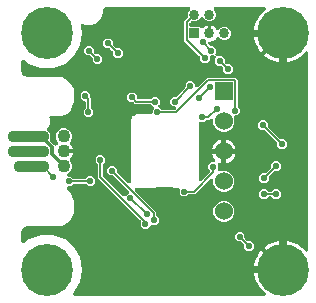
<source format=gbl>
G04 EAGLE Gerber X2 export*
%TF.Part,Single*%
%TF.FileFunction,Copper,L2,Bot,Mixed*%
%TF.FilePolarity,Positive*%
%TF.GenerationSoftware,Autodesk,EAGLE,9.6.2*%
%TF.CreationDate,2022-05-19T00:38:24Z*%
G75*
%MOMM*%
%FSLAX34Y34*%
%LPD*%
%INBottom Copper*%
%AMOC8*
5,1,8,0,0,1.08239X$1,22.5*%
G01*
%ADD10C,0.863600*%
%ADD11R,0.863600X0.863600*%
%ADD12C,1.100000*%
%ADD13C,0.720000*%
%ADD14C,0.558800*%
%ADD15C,4.400000*%
%ADD16R,1.524000X1.524000*%
%ADD17C,1.524000*%
%ADD18C,0.304800*%
%ADD19C,0.604000*%
%ADD20C,0.152400*%

G36*
X224147Y2792D02*
X224147Y2792D01*
X224158Y2791D01*
X224321Y2812D01*
X224482Y2831D01*
X224493Y2834D01*
X224504Y2836D01*
X224657Y2893D01*
X224810Y2948D01*
X224820Y2954D01*
X224830Y2958D01*
X224966Y3049D01*
X225103Y3137D01*
X225111Y3145D01*
X225120Y3151D01*
X225232Y3270D01*
X225345Y3388D01*
X225351Y3397D01*
X225359Y3406D01*
X225440Y3547D01*
X225524Y3687D01*
X225528Y3698D01*
X225533Y3707D01*
X225581Y3864D01*
X225630Y4019D01*
X225631Y4030D01*
X225635Y4041D01*
X225645Y4205D01*
X225658Y4366D01*
X225657Y4377D01*
X225658Y4389D01*
X225631Y4550D01*
X225607Y4711D01*
X225603Y4721D01*
X225601Y4732D01*
X225538Y4884D01*
X225478Y5035D01*
X225472Y5044D01*
X225467Y5054D01*
X225372Y5188D01*
X225279Y5321D01*
X225271Y5328D01*
X225264Y5338D01*
X225086Y5505D01*
X223622Y6673D01*
X221673Y8622D01*
X219954Y10777D01*
X218488Y13110D01*
X217292Y15594D01*
X216381Y18196D01*
X215768Y20883D01*
X215647Y21953D01*
X238476Y21953D01*
X238502Y21956D01*
X238528Y21954D01*
X238675Y21976D01*
X238822Y21993D01*
X238847Y22001D01*
X238873Y22005D01*
X239011Y22060D01*
X239150Y22110D01*
X239172Y22124D01*
X239197Y22134D01*
X239318Y22219D01*
X239443Y22299D01*
X239461Y22318D01*
X239483Y22333D01*
X239582Y22443D01*
X239685Y22550D01*
X239699Y22572D01*
X239716Y22592D01*
X239788Y22722D01*
X239864Y22849D01*
X239872Y22874D01*
X239885Y22897D01*
X239925Y23040D01*
X239970Y23181D01*
X239972Y23207D01*
X239979Y23232D01*
X239999Y23476D01*
X239999Y25001D01*
X241524Y25001D01*
X241550Y25004D01*
X241576Y25002D01*
X241723Y25024D01*
X241870Y25041D01*
X241895Y25050D01*
X241921Y25053D01*
X242059Y25108D01*
X242198Y25158D01*
X242220Y25173D01*
X242245Y25182D01*
X242366Y25267D01*
X242491Y25347D01*
X242509Y25366D01*
X242531Y25381D01*
X242630Y25491D01*
X242733Y25598D01*
X242747Y25620D01*
X242764Y25640D01*
X242836Y25770D01*
X242912Y25897D01*
X242920Y25922D01*
X242933Y25945D01*
X242973Y26088D01*
X243018Y26229D01*
X243020Y26255D01*
X243028Y26280D01*
X243047Y26524D01*
X243047Y49353D01*
X244117Y49232D01*
X246804Y48619D01*
X249406Y47708D01*
X251890Y46512D01*
X254223Y45046D01*
X256378Y43327D01*
X258327Y41378D01*
X258809Y40774D01*
X258817Y40767D01*
X258823Y40757D01*
X258940Y40644D01*
X259056Y40529D01*
X259066Y40523D01*
X259074Y40515D01*
X259213Y40432D01*
X259353Y40345D01*
X259363Y40342D01*
X259373Y40336D01*
X259527Y40287D01*
X259683Y40234D01*
X259694Y40233D01*
X259705Y40230D01*
X259867Y40217D01*
X260030Y40201D01*
X260041Y40203D01*
X260052Y40202D01*
X260214Y40226D01*
X260375Y40248D01*
X260386Y40252D01*
X260397Y40254D01*
X260548Y40314D01*
X260701Y40372D01*
X260710Y40378D01*
X260721Y40382D01*
X260854Y40475D01*
X260990Y40566D01*
X260998Y40575D01*
X261007Y40581D01*
X261116Y40702D01*
X261227Y40822D01*
X261233Y40832D01*
X261240Y40840D01*
X261319Y40983D01*
X261400Y41124D01*
X261403Y41135D01*
X261409Y41145D01*
X261453Y41302D01*
X261500Y41458D01*
X261501Y41470D01*
X261504Y41480D01*
X261523Y41724D01*
X261523Y208276D01*
X261522Y208287D01*
X261523Y208298D01*
X261502Y208460D01*
X261483Y208622D01*
X261480Y208633D01*
X261478Y208644D01*
X261421Y208797D01*
X261366Y208950D01*
X261360Y208960D01*
X261356Y208970D01*
X261265Y209106D01*
X261177Y209243D01*
X261169Y209251D01*
X261163Y209260D01*
X261044Y209371D01*
X260926Y209485D01*
X260917Y209491D01*
X260908Y209499D01*
X260767Y209580D01*
X260627Y209664D01*
X260617Y209667D01*
X260607Y209673D01*
X260449Y209721D01*
X260295Y209770D01*
X260284Y209771D01*
X260273Y209774D01*
X260109Y209785D01*
X259948Y209798D01*
X259937Y209797D01*
X259925Y209797D01*
X259764Y209771D01*
X259603Y209746D01*
X259593Y209742D01*
X259582Y209740D01*
X259431Y209678D01*
X259279Y209618D01*
X259270Y209611D01*
X259260Y209607D01*
X259126Y209511D01*
X258993Y209419D01*
X258986Y209411D01*
X258976Y209404D01*
X258809Y209226D01*
X258327Y208622D01*
X256378Y206673D01*
X254223Y204954D01*
X251890Y203488D01*
X249406Y202292D01*
X246804Y201381D01*
X244117Y200768D01*
X243047Y200647D01*
X243047Y223476D01*
X243044Y223502D01*
X243046Y223528D01*
X243024Y223675D01*
X243007Y223822D01*
X242999Y223847D01*
X242995Y223873D01*
X242940Y224011D01*
X242890Y224150D01*
X242876Y224172D01*
X242866Y224197D01*
X242781Y224318D01*
X242701Y224443D01*
X242682Y224461D01*
X242667Y224483D01*
X242557Y224582D01*
X242450Y224685D01*
X242428Y224699D01*
X242408Y224716D01*
X242278Y224788D01*
X242151Y224864D01*
X242126Y224872D01*
X242103Y224885D01*
X241960Y224925D01*
X241819Y224970D01*
X241793Y224972D01*
X241768Y224979D01*
X241524Y224999D01*
X239999Y224999D01*
X239999Y226524D01*
X239996Y226550D01*
X239998Y226576D01*
X239976Y226723D01*
X239959Y226870D01*
X239950Y226895D01*
X239947Y226921D01*
X239892Y227059D01*
X239842Y227198D01*
X239827Y227220D01*
X239818Y227245D01*
X239733Y227366D01*
X239653Y227491D01*
X239634Y227509D01*
X239619Y227531D01*
X239509Y227630D01*
X239402Y227733D01*
X239380Y227747D01*
X239360Y227764D01*
X239230Y227836D01*
X239103Y227912D01*
X239078Y227920D01*
X239055Y227933D01*
X238912Y227973D01*
X238771Y228018D01*
X238745Y228020D01*
X238720Y228028D01*
X238476Y228047D01*
X215647Y228047D01*
X215768Y229117D01*
X216381Y231804D01*
X217292Y234406D01*
X218488Y236890D01*
X219954Y239223D01*
X221673Y241378D01*
X223622Y243327D01*
X225086Y244495D01*
X225094Y244503D01*
X225103Y244509D01*
X225216Y244626D01*
X225332Y244742D01*
X225338Y244752D01*
X225345Y244760D01*
X225429Y244899D01*
X225515Y245039D01*
X225519Y245049D01*
X225524Y245059D01*
X225574Y245213D01*
X225626Y245369D01*
X225627Y245380D01*
X225630Y245391D01*
X225643Y245553D01*
X225659Y245716D01*
X225658Y245727D01*
X225658Y245738D01*
X225634Y245900D01*
X225612Y246061D01*
X225608Y246072D01*
X225607Y246083D01*
X225546Y246234D01*
X225488Y246387D01*
X225482Y246396D01*
X225478Y246407D01*
X225385Y246540D01*
X225294Y246676D01*
X225285Y246684D01*
X225279Y246693D01*
X225158Y246802D01*
X225038Y246913D01*
X225029Y246919D01*
X225020Y246926D01*
X224877Y247005D01*
X224736Y247086D01*
X224725Y247089D01*
X224715Y247095D01*
X224558Y247139D01*
X224402Y247186D01*
X224391Y247187D01*
X224380Y247190D01*
X224136Y247209D01*
X182636Y247209D01*
X182536Y247198D01*
X182436Y247196D01*
X182364Y247178D01*
X182290Y247169D01*
X182195Y247135D01*
X182098Y247111D01*
X182032Y247077D01*
X181962Y247052D01*
X181877Y246997D01*
X181788Y246951D01*
X181731Y246903D01*
X181669Y246863D01*
X181599Y246791D01*
X181522Y246726D01*
X181478Y246666D01*
X181427Y246612D01*
X181375Y246526D01*
X181315Y246445D01*
X181286Y246377D01*
X181248Y246313D01*
X181217Y246217D01*
X181177Y246125D01*
X181164Y246052D01*
X181141Y245981D01*
X181133Y245881D01*
X181116Y245782D01*
X181119Y245708D01*
X181113Y245634D01*
X181128Y245534D01*
X181134Y245434D01*
X181154Y245363D01*
X181165Y245289D01*
X181202Y245196D01*
X181230Y245099D01*
X181266Y245034D01*
X181294Y244965D01*
X181351Y244883D01*
X181400Y244795D01*
X181465Y244719D01*
X181493Y244679D01*
X181519Y244655D01*
X181559Y244609D01*
X182376Y243792D01*
X183227Y241738D01*
X183227Y239514D01*
X182376Y237460D01*
X180804Y235888D01*
X178750Y235037D01*
X176526Y235037D01*
X174472Y235888D01*
X172900Y237460D01*
X172695Y237955D01*
X172658Y238021D01*
X172630Y238092D01*
X172616Y238112D01*
X172607Y238135D01*
X172562Y238194D01*
X172526Y238259D01*
X172474Y238317D01*
X172431Y238378D01*
X172414Y238394D01*
X172399Y238414D01*
X172342Y238462D01*
X172292Y238517D01*
X172227Y238562D01*
X172172Y238612D01*
X172152Y238623D01*
X172133Y238639D01*
X172066Y238673D01*
X172005Y238716D01*
X171932Y238745D01*
X171867Y238780D01*
X171846Y238786D01*
X171822Y238798D01*
X171750Y238816D01*
X171681Y238843D01*
X171602Y238855D01*
X171532Y238875D01*
X171506Y238877D01*
X171484Y238882D01*
X171430Y238883D01*
X171390Y238886D01*
X171336Y238894D01*
X171314Y238892D01*
X171288Y238894D01*
X171216Y238886D01*
X171136Y238887D01*
X171063Y238871D01*
X170989Y238865D01*
X170964Y238857D01*
X170942Y238855D01*
X170873Y238830D01*
X170795Y238813D01*
X170728Y238781D01*
X170657Y238758D01*
X170635Y238745D01*
X170613Y238737D01*
X170552Y238697D01*
X170480Y238663D01*
X170422Y238617D01*
X170359Y238579D01*
X170340Y238561D01*
X170321Y238548D01*
X170269Y238495D01*
X170208Y238446D01*
X170162Y238388D01*
X170109Y238336D01*
X170095Y238315D01*
X170078Y238297D01*
X170040Y238233D01*
X169992Y238172D01*
X169946Y238083D01*
X169920Y238042D01*
X169912Y238019D01*
X169900Y237998D01*
X169894Y237980D01*
X169881Y237955D01*
X169676Y237460D01*
X168104Y235888D01*
X166050Y235037D01*
X163826Y235037D01*
X163631Y235118D01*
X163557Y235139D01*
X163487Y235169D01*
X163390Y235187D01*
X163296Y235214D01*
X163219Y235218D01*
X163144Y235231D01*
X163046Y235226D01*
X162948Y235231D01*
X162872Y235217D01*
X162796Y235213D01*
X162701Y235186D01*
X162605Y235168D01*
X162535Y235138D01*
X162461Y235117D01*
X162375Y235069D01*
X162285Y235029D01*
X162224Y234984D01*
X162157Y234947D01*
X162043Y234850D01*
X162005Y234822D01*
X161993Y234807D01*
X161971Y234788D01*
X160975Y233792D01*
X160896Y233693D01*
X160812Y233599D01*
X160788Y233557D01*
X160758Y233519D01*
X160704Y233405D01*
X160643Y233294D01*
X160630Y233248D01*
X160609Y233204D01*
X160583Y233081D01*
X160548Y232959D01*
X160543Y232898D01*
X160536Y232863D01*
X160537Y232815D01*
X160529Y232715D01*
X160529Y231990D01*
X160532Y231964D01*
X160530Y231938D01*
X160552Y231791D01*
X160569Y231644D01*
X160577Y231619D01*
X160581Y231593D01*
X160636Y231455D01*
X160686Y231316D01*
X160700Y231294D01*
X160710Y231269D01*
X160795Y231148D01*
X160875Y231023D01*
X160894Y231005D01*
X160909Y230983D01*
X161019Y230884D01*
X161126Y230781D01*
X161148Y230767D01*
X161168Y230750D01*
X161298Y230678D01*
X161425Y230602D01*
X161450Y230594D01*
X161473Y230581D01*
X161616Y230541D01*
X161757Y230496D01*
X161783Y230494D01*
X161808Y230486D01*
X162052Y230467D01*
X169782Y230467D01*
X170578Y229671D01*
X170598Y229655D01*
X170615Y229635D01*
X170734Y229547D01*
X170851Y229455D01*
X170874Y229444D01*
X170895Y229428D01*
X171032Y229369D01*
X171166Y229306D01*
X171191Y229300D01*
X171215Y229290D01*
X171362Y229264D01*
X171506Y229233D01*
X171533Y229233D01*
X171558Y229228D01*
X171707Y229236D01*
X171855Y229239D01*
X171880Y229245D01*
X171907Y229246D01*
X172049Y229287D01*
X172193Y229324D01*
X172216Y229336D01*
X172241Y229343D01*
X172371Y229415D01*
X172503Y229483D01*
X172523Y229500D01*
X172546Y229513D01*
X172732Y229672D01*
X173266Y230205D01*
X174389Y230956D01*
X175637Y231473D01*
X176115Y231568D01*
X176115Y224878D01*
X176118Y224852D01*
X176115Y224826D01*
X176137Y224679D01*
X176154Y224532D01*
X176163Y224507D01*
X176167Y224481D01*
X176222Y224344D01*
X176272Y224204D01*
X176286Y224182D01*
X176296Y224158D01*
X176380Y224036D01*
X176461Y223911D01*
X176480Y223893D01*
X176495Y223871D01*
X176605Y223772D01*
X176712Y223669D01*
X176734Y223656D01*
X176754Y223638D01*
X176884Y223566D01*
X177011Y223490D01*
X177036Y223482D01*
X177059Y223469D01*
X177202Y223429D01*
X177343Y223384D01*
X177369Y223382D01*
X177394Y223375D01*
X177638Y223355D01*
X177664Y223358D01*
X177690Y223356D01*
X177837Y223378D01*
X177984Y223395D01*
X178009Y223404D01*
X178035Y223408D01*
X178173Y223462D01*
X178312Y223512D01*
X178335Y223527D01*
X178359Y223536D01*
X178480Y223621D01*
X178605Y223701D01*
X178624Y223720D01*
X178645Y223735D01*
X178744Y223845D01*
X178847Y223952D01*
X178861Y223975D01*
X178878Y223994D01*
X178950Y224124D01*
X179026Y224251D01*
X179034Y224276D01*
X179047Y224299D01*
X179087Y224442D01*
X179133Y224583D01*
X179135Y224609D01*
X179142Y224635D01*
X179161Y224878D01*
X179161Y231568D01*
X179639Y231473D01*
X180887Y230956D01*
X182010Y230205D01*
X182966Y229250D01*
X183473Y228491D01*
X183473Y228490D01*
X183474Y228489D01*
X183586Y228357D01*
X183698Y228225D01*
X183699Y228225D01*
X183700Y228224D01*
X183836Y228123D01*
X183978Y228018D01*
X183979Y228017D01*
X183980Y228017D01*
X184141Y227947D01*
X184298Y227879D01*
X184299Y227879D01*
X184300Y227879D01*
X184481Y227846D01*
X184641Y227817D01*
X184642Y227817D01*
X184643Y227817D01*
X184823Y227826D01*
X184989Y227835D01*
X184990Y227835D01*
X184991Y227835D01*
X185160Y227884D01*
X185324Y227931D01*
X185325Y227931D01*
X185326Y227931D01*
X185479Y228017D01*
X185629Y228100D01*
X185629Y228101D01*
X185630Y228102D01*
X185816Y228260D01*
X187172Y229616D01*
X189226Y230467D01*
X191450Y230467D01*
X193504Y229616D01*
X195076Y228044D01*
X195927Y225990D01*
X195927Y223766D01*
X195076Y221712D01*
X193504Y220140D01*
X191450Y219289D01*
X189226Y219289D01*
X187172Y220140D01*
X185816Y221496D01*
X185816Y221497D01*
X185815Y221497D01*
X185686Y221599D01*
X185543Y221713D01*
X185542Y221714D01*
X185382Y221789D01*
X185228Y221861D01*
X185227Y221862D01*
X185226Y221862D01*
X185051Y221900D01*
X184888Y221935D01*
X184887Y221935D01*
X184886Y221935D01*
X184697Y221932D01*
X184539Y221929D01*
X184538Y221929D01*
X184537Y221929D01*
X184358Y221883D01*
X184201Y221844D01*
X184200Y221843D01*
X184199Y221843D01*
X184033Y221757D01*
X183891Y221684D01*
X183890Y221683D01*
X183750Y221564D01*
X183626Y221458D01*
X183625Y221458D01*
X183625Y221457D01*
X183473Y221265D01*
X182966Y220506D01*
X182010Y219551D01*
X180887Y218800D01*
X179639Y218283D01*
X178314Y218019D01*
X178169Y218019D01*
X178069Y218008D01*
X177969Y218006D01*
X177897Y217988D01*
X177823Y217979D01*
X177728Y217946D01*
X177631Y217921D01*
X177565Y217887D01*
X177495Y217862D01*
X177410Y217807D01*
X177321Y217761D01*
X177264Y217713D01*
X177202Y217673D01*
X177132Y217601D01*
X177056Y217536D01*
X177011Y217476D01*
X176960Y217422D01*
X176908Y217336D01*
X176848Y217255D01*
X176819Y217187D01*
X176781Y217123D01*
X176750Y217027D01*
X176710Y216935D01*
X176697Y216862D01*
X176675Y216791D01*
X176666Y216691D01*
X176649Y216592D01*
X176653Y216518D01*
X176647Y216444D01*
X176661Y216344D01*
X176667Y216244D01*
X176687Y216173D01*
X176698Y216099D01*
X176735Y216006D01*
X176763Y215909D01*
X176799Y215844D01*
X176827Y215775D01*
X176884Y215693D01*
X176933Y215605D01*
X176998Y215529D01*
X177026Y215489D01*
X177052Y215465D01*
X177092Y215419D01*
X177688Y214823D01*
X177787Y214744D01*
X177881Y214660D01*
X177923Y214636D01*
X177961Y214606D01*
X178075Y214552D01*
X178186Y214491D01*
X178232Y214478D01*
X178276Y214457D01*
X178399Y214431D01*
X178521Y214396D01*
X178582Y214391D01*
X178617Y214384D01*
X178665Y214385D01*
X178765Y214377D01*
X181008Y214377D01*
X183389Y211996D01*
X183389Y208628D01*
X183102Y208341D01*
X183039Y208263D01*
X182969Y208190D01*
X182931Y208126D01*
X182885Y208068D01*
X182842Y207977D01*
X182790Y207891D01*
X182768Y207820D01*
X182736Y207753D01*
X182715Y207655D01*
X182684Y207559D01*
X182678Y207485D01*
X182663Y207412D01*
X182664Y207312D01*
X182656Y207212D01*
X182667Y207138D01*
X182669Y207064D01*
X182693Y206967D01*
X182708Y206867D01*
X182735Y206798D01*
X182754Y206726D01*
X182800Y206637D01*
X182837Y206543D01*
X182879Y206482D01*
X182913Y206416D01*
X182978Y206339D01*
X183036Y206257D01*
X183091Y206207D01*
X183139Y206151D01*
X183220Y206091D01*
X183294Y206024D01*
X183359Y205988D01*
X183419Y205943D01*
X183511Y205904D01*
X183599Y205855D01*
X183671Y205835D01*
X183739Y205805D01*
X183838Y205788D01*
X183935Y205760D01*
X184035Y205752D01*
X184082Y205744D01*
X184118Y205746D01*
X184179Y205741D01*
X188120Y205741D01*
X190501Y203360D01*
X190501Y201117D01*
X190515Y200991D01*
X190522Y200865D01*
X190535Y200819D01*
X190541Y200771D01*
X190583Y200652D01*
X190618Y200530D01*
X190642Y200488D01*
X190658Y200443D01*
X190727Y200336D01*
X190788Y200226D01*
X190828Y200180D01*
X190847Y200150D01*
X190882Y200116D01*
X190947Y200040D01*
X191912Y199075D01*
X192011Y198996D01*
X192105Y198912D01*
X192147Y198888D01*
X192185Y198858D01*
X192299Y198804D01*
X192410Y198743D01*
X192456Y198730D01*
X192500Y198709D01*
X192623Y198683D01*
X192745Y198648D01*
X192806Y198643D01*
X192841Y198636D01*
X192889Y198637D01*
X192989Y198629D01*
X195232Y198629D01*
X197613Y196248D01*
X197613Y192880D01*
X195232Y190499D01*
X191864Y190499D01*
X189483Y192880D01*
X189483Y195123D01*
X189469Y195249D01*
X189462Y195375D01*
X189449Y195421D01*
X189443Y195469D01*
X189401Y195588D01*
X189366Y195710D01*
X189342Y195752D01*
X189326Y195797D01*
X189257Y195904D01*
X189196Y196014D01*
X189156Y196060D01*
X189137Y196090D01*
X189102Y196124D01*
X189037Y196200D01*
X188072Y197165D01*
X187973Y197244D01*
X187879Y197328D01*
X187837Y197352D01*
X187799Y197382D01*
X187685Y197436D01*
X187574Y197497D01*
X187528Y197510D01*
X187484Y197531D01*
X187361Y197557D01*
X187239Y197592D01*
X187178Y197597D01*
X187143Y197604D01*
X187095Y197603D01*
X186995Y197611D01*
X184752Y197611D01*
X182371Y199992D01*
X182371Y203360D01*
X182658Y203647D01*
X182721Y203725D01*
X182791Y203798D01*
X182829Y203862D01*
X182875Y203920D01*
X182918Y204011D01*
X182970Y204097D01*
X182992Y204168D01*
X183024Y204235D01*
X183045Y204333D01*
X183076Y204429D01*
X183082Y204503D01*
X183097Y204576D01*
X183096Y204676D01*
X183104Y204776D01*
X183093Y204850D01*
X183091Y204924D01*
X183067Y205021D01*
X183052Y205121D01*
X183025Y205190D01*
X183006Y205262D01*
X182960Y205351D01*
X182923Y205445D01*
X182881Y205506D01*
X182847Y205572D01*
X182782Y205649D01*
X182724Y205731D01*
X182669Y205781D01*
X182621Y205837D01*
X182540Y205897D01*
X182466Y205964D01*
X182401Y206000D01*
X182341Y206045D01*
X182249Y206084D01*
X182161Y206133D01*
X182089Y206153D01*
X182021Y206183D01*
X181922Y206200D01*
X181825Y206228D01*
X181725Y206236D01*
X181678Y206244D01*
X181642Y206242D01*
X181581Y206247D01*
X179324Y206247D01*
X179298Y206244D01*
X179272Y206246D01*
X179125Y206224D01*
X178978Y206207D01*
X178953Y206199D01*
X178927Y206195D01*
X178789Y206140D01*
X178650Y206090D01*
X178628Y206076D01*
X178603Y206066D01*
X178482Y205981D01*
X178357Y205901D01*
X178339Y205882D01*
X178317Y205867D01*
X178218Y205757D01*
X178115Y205650D01*
X178101Y205628D01*
X178084Y205608D01*
X178012Y205478D01*
X177936Y205351D01*
X177928Y205326D01*
X177915Y205303D01*
X177875Y205160D01*
X177830Y205019D01*
X177828Y204993D01*
X177820Y204968D01*
X177801Y204724D01*
X177801Y202532D01*
X175420Y200151D01*
X172052Y200151D01*
X169671Y202532D01*
X169671Y204775D01*
X169657Y204901D01*
X169650Y205027D01*
X169637Y205073D01*
X169631Y205121D01*
X169589Y205240D01*
X169554Y205362D01*
X169530Y205404D01*
X169514Y205449D01*
X169445Y205556D01*
X169384Y205666D01*
X169344Y205712D01*
X169325Y205742D01*
X169290Y205776D01*
X169225Y205852D01*
X156463Y218614D01*
X156463Y235030D01*
X158100Y236667D01*
X159098Y237664D01*
X159145Y237724D01*
X159200Y237778D01*
X159253Y237860D01*
X159314Y237937D01*
X159347Y238006D01*
X159388Y238071D01*
X159421Y238164D01*
X159463Y238253D01*
X159479Y238327D01*
X159505Y238399D01*
X159516Y238497D01*
X159537Y238593D01*
X159535Y238670D01*
X159544Y238746D01*
X159532Y238843D01*
X159531Y238942D01*
X159512Y239016D01*
X159503Y239092D01*
X159457Y239234D01*
X159446Y239280D01*
X159437Y239297D01*
X159428Y239324D01*
X159349Y239514D01*
X159349Y241738D01*
X160200Y243792D01*
X161017Y244609D01*
X161080Y244688D01*
X161149Y244760D01*
X161188Y244824D01*
X161234Y244882D01*
X161277Y244973D01*
X161328Y245059D01*
X161351Y245130D01*
X161383Y245197D01*
X161404Y245295D01*
X161435Y245391D01*
X161441Y245465D01*
X161456Y245538D01*
X161454Y245638D01*
X161463Y245738D01*
X161451Y245812D01*
X161450Y245886D01*
X161426Y245983D01*
X161411Y246083D01*
X161383Y246152D01*
X161365Y246224D01*
X161319Y246313D01*
X161282Y246407D01*
X161240Y246468D01*
X161206Y246534D01*
X161140Y246610D01*
X161083Y246693D01*
X161028Y246743D01*
X160980Y246799D01*
X160899Y246859D01*
X160824Y246926D01*
X160759Y246962D01*
X160699Y247007D01*
X160607Y247046D01*
X160519Y247095D01*
X160448Y247115D01*
X160379Y247145D01*
X160281Y247162D01*
X160184Y247190D01*
X160084Y247198D01*
X160036Y247206D01*
X160001Y247204D01*
X159940Y247209D01*
X90000Y247209D01*
X89954Y247204D01*
X89801Y247196D01*
X89624Y247173D01*
X89622Y247172D01*
X89620Y247172D01*
X89451Y247130D01*
X89285Y247088D01*
X89284Y247087D01*
X89282Y247087D01*
X89061Y246982D01*
X88753Y246804D01*
X88672Y246744D01*
X88584Y246691D01*
X88532Y246640D01*
X88473Y246597D01*
X88408Y246519D01*
X88335Y246448D01*
X88279Y246367D01*
X88248Y246331D01*
X88231Y246298D01*
X88196Y246247D01*
X88018Y245939D01*
X88017Y245937D01*
X88016Y245936D01*
X87947Y245774D01*
X87880Y245619D01*
X87879Y245617D01*
X87878Y245616D01*
X87827Y245376D01*
X87804Y245199D01*
X87803Y245153D01*
X87791Y245000D01*
X87791Y242456D01*
X85843Y237755D01*
X82245Y234157D01*
X77544Y232209D01*
X72456Y232209D01*
X70976Y232822D01*
X70871Y232852D01*
X70769Y232891D01*
X70704Y232900D01*
X70641Y232918D01*
X70532Y232923D01*
X70424Y232938D01*
X70358Y232932D01*
X70293Y232935D01*
X70185Y232915D01*
X70077Y232905D01*
X70015Y232884D01*
X69950Y232872D01*
X69850Y232829D01*
X69747Y232794D01*
X69691Y232760D01*
X69630Y232734D01*
X69543Y232669D01*
X69450Y232611D01*
X69403Y232565D01*
X69350Y232526D01*
X69280Y232442D01*
X69203Y232366D01*
X69168Y232310D01*
X69125Y232260D01*
X69076Y232163D01*
X69018Y232070D01*
X68996Y232008D01*
X68966Y231949D01*
X68940Y231844D01*
X68905Y231741D01*
X68898Y231675D01*
X68882Y231611D01*
X68881Y231502D01*
X68870Y231394D01*
X68878Y231308D01*
X68877Y231263D01*
X68886Y231223D01*
X68893Y231151D01*
X69977Y225000D01*
X68169Y214747D01*
X62964Y205731D01*
X54989Y199039D01*
X45206Y195478D01*
X34794Y195478D01*
X25011Y199039D01*
X20979Y202422D01*
X20951Y202441D01*
X20926Y202465D01*
X20805Y202537D01*
X20688Y202614D01*
X20656Y202626D01*
X20627Y202644D01*
X20493Y202687D01*
X20361Y202735D01*
X20328Y202740D01*
X20295Y202750D01*
X20155Y202761D01*
X20016Y202779D01*
X19982Y202775D01*
X19948Y202778D01*
X19809Y202757D01*
X19669Y202742D01*
X19637Y202731D01*
X19603Y202726D01*
X19472Y202674D01*
X19340Y202628D01*
X19311Y202610D01*
X19279Y202597D01*
X19164Y202517D01*
X19045Y202442D01*
X19021Y202418D01*
X18993Y202399D01*
X18899Y202294D01*
X18800Y202194D01*
X18782Y202165D01*
X18760Y202140D01*
X18692Y202017D01*
X18618Y201897D01*
X18608Y201865D01*
X18591Y201835D01*
X18553Y201699D01*
X18509Y201566D01*
X18506Y201532D01*
X18496Y201499D01*
X18477Y201256D01*
X18477Y192498D01*
X18477Y192496D01*
X18477Y192494D01*
X18497Y192323D01*
X18517Y192152D01*
X18517Y192150D01*
X18518Y192148D01*
X18593Y191915D01*
X18865Y191258D01*
X18866Y191256D01*
X18867Y191254D01*
X18950Y191104D01*
X19034Y190953D01*
X19036Y190952D01*
X19037Y190950D01*
X19195Y190764D01*
X20764Y189195D01*
X20766Y189194D01*
X20767Y189192D01*
X20906Y189082D01*
X21037Y188979D01*
X21039Y188978D01*
X21040Y188976D01*
X21258Y188865D01*
X23308Y188016D01*
X23406Y187988D01*
X23501Y187951D01*
X23597Y187933D01*
X23643Y187920D01*
X23680Y187918D01*
X23741Y187907D01*
X24851Y187798D01*
X24899Y187799D01*
X25000Y187791D01*
X52544Y187791D01*
X57245Y185843D01*
X60843Y182245D01*
X62791Y177544D01*
X62791Y166277D01*
X62750Y166190D01*
X62691Y166086D01*
X62675Y166033D01*
X62651Y165982D01*
X62626Y165866D01*
X62593Y165752D01*
X62586Y165681D01*
X62578Y165641D01*
X62579Y165596D01*
X62571Y165508D01*
X62565Y164989D01*
X60618Y160418D01*
X57068Y156940D01*
X54571Y155934D01*
X54562Y155930D01*
X54553Y155927D01*
X54409Y155847D01*
X54264Y155768D01*
X54257Y155762D01*
X54248Y155757D01*
X54062Y155598D01*
X53573Y155109D01*
X52815Y155109D01*
X52649Y155090D01*
X52584Y155083D01*
X49996Y155109D01*
X49989Y155109D01*
X49980Y155109D01*
X43721Y155109D01*
X43646Y155101D01*
X43570Y155102D01*
X43474Y155081D01*
X43375Y155069D01*
X43304Y155044D01*
X43230Y155028D01*
X43140Y154985D01*
X43047Y154952D01*
X42983Y154911D01*
X42915Y154878D01*
X42838Y154817D01*
X42754Y154763D01*
X42702Y154708D01*
X42642Y154661D01*
X42581Y154584D01*
X42512Y154512D01*
X42473Y154447D01*
X42426Y154388D01*
X42384Y154298D01*
X42333Y154213D01*
X42310Y154141D01*
X42278Y154072D01*
X42257Y153976D01*
X42227Y153881D01*
X42221Y153806D01*
X42205Y153732D01*
X42207Y153632D01*
X42199Y153534D01*
X42210Y153459D01*
X42212Y153383D01*
X42236Y153287D01*
X42251Y153189D01*
X42279Y153119D01*
X42297Y153045D01*
X42362Y152909D01*
X42380Y152865D01*
X42390Y152850D01*
X42402Y152824D01*
X43091Y151632D01*
X43091Y148368D01*
X41455Y145534D01*
X41422Y145510D01*
X41354Y145472D01*
X41242Y145376D01*
X41204Y145348D01*
X41191Y145333D01*
X41168Y145314D01*
X40574Y144719D01*
X40557Y144698D01*
X40537Y144681D01*
X40449Y144562D01*
X40357Y144446D01*
X40346Y144422D01*
X40330Y144401D01*
X40271Y144265D01*
X40208Y144131D01*
X40202Y144105D01*
X40192Y144081D01*
X40166Y143935D01*
X40135Y143790D01*
X40135Y143764D01*
X40130Y143738D01*
X40138Y143590D01*
X40141Y143442D01*
X40147Y143416D01*
X40148Y143390D01*
X40190Y143247D01*
X40226Y143104D01*
X40238Y143080D01*
X40245Y143055D01*
X40317Y142926D01*
X40385Y142794D01*
X40402Y142774D01*
X40415Y142751D01*
X40574Y142565D01*
X41779Y141359D01*
X42521Y139569D01*
X42521Y135831D01*
X42381Y135494D01*
X42360Y135420D01*
X42330Y135350D01*
X42312Y135253D01*
X42285Y135159D01*
X42282Y135082D01*
X42268Y135007D01*
X42273Y134909D01*
X42268Y134811D01*
X42282Y134735D01*
X42286Y134659D01*
X42313Y134564D01*
X42331Y134468D01*
X42361Y134398D01*
X42382Y134324D01*
X42431Y134238D01*
X42470Y134148D01*
X42515Y134087D01*
X42553Y134020D01*
X42649Y133906D01*
X42678Y133868D01*
X42692Y133856D01*
X42711Y133834D01*
X46260Y130285D01*
X46280Y130269D01*
X46297Y130249D01*
X46417Y130161D01*
X46533Y130069D01*
X46556Y130057D01*
X46577Y130042D01*
X46714Y129983D01*
X46848Y129920D01*
X46873Y129914D01*
X46898Y129904D01*
X47044Y129877D01*
X47188Y129846D01*
X47215Y129847D01*
X47241Y129842D01*
X47389Y129850D01*
X47537Y129852D01*
X47562Y129859D01*
X47589Y129860D01*
X47731Y129901D01*
X47875Y129937D01*
X47898Y129949D01*
X47923Y129957D01*
X48053Y130029D01*
X48185Y130097D01*
X48205Y130114D01*
X48228Y130127D01*
X48414Y130285D01*
X49300Y131171D01*
X49316Y131191D01*
X49336Y131208D01*
X49424Y131328D01*
X49516Y131444D01*
X49527Y131468D01*
X49543Y131489D01*
X49602Y131625D01*
X49665Y131759D01*
X49671Y131785D01*
X49681Y131809D01*
X49707Y131955D01*
X49739Y132100D01*
X49738Y132126D01*
X49743Y132152D01*
X49735Y132300D01*
X49733Y132448D01*
X49726Y132474D01*
X49725Y132500D01*
X49684Y132642D01*
X49648Y132786D01*
X49636Y132810D01*
X49628Y132835D01*
X49556Y132964D01*
X49552Y132973D01*
X49545Y132988D01*
X49539Y132998D01*
X49488Y133096D01*
X49471Y133116D01*
X49458Y133139D01*
X49361Y133253D01*
X49347Y133274D01*
X49332Y133287D01*
X49300Y133325D01*
X48760Y133865D01*
X47729Y136353D01*
X47729Y139047D01*
X48760Y141535D01*
X50665Y143440D01*
X53153Y144471D01*
X55847Y144471D01*
X58335Y143440D01*
X60240Y141535D01*
X61271Y139047D01*
X61271Y136353D01*
X60240Y133865D01*
X59700Y133325D01*
X59684Y133305D01*
X59664Y133288D01*
X59618Y133225D01*
X59587Y133193D01*
X59561Y133149D01*
X59484Y133052D01*
X59473Y133028D01*
X59457Y133007D01*
X59398Y132871D01*
X59335Y132737D01*
X59329Y132711D01*
X59319Y132687D01*
X59293Y132541D01*
X59261Y132396D01*
X59262Y132370D01*
X59257Y132344D01*
X59265Y132196D01*
X59267Y132048D01*
X59274Y132022D01*
X59275Y131996D01*
X59316Y131854D01*
X59352Y131710D01*
X59365Y131686D01*
X59372Y131661D01*
X59444Y131532D01*
X59512Y131400D01*
X59529Y131380D01*
X59542Y131357D01*
X59700Y131171D01*
X60746Y130126D01*
X61626Y128809D01*
X62232Y127345D01*
X62395Y126523D01*
X54500Y126523D01*
X54474Y126520D01*
X54448Y126522D01*
X54301Y126500D01*
X54154Y126484D01*
X54129Y126475D01*
X54103Y126471D01*
X53966Y126416D01*
X53826Y126366D01*
X53804Y126352D01*
X53780Y126342D01*
X53658Y126258D01*
X53533Y126177D01*
X53515Y126158D01*
X53493Y126143D01*
X53394Y126033D01*
X53291Y125926D01*
X53278Y125904D01*
X53260Y125884D01*
X53188Y125754D01*
X53112Y125627D01*
X53104Y125602D01*
X53091Y125579D01*
X53051Y125436D01*
X53006Y125295D01*
X53004Y125269D01*
X52997Y125244D01*
X52977Y125000D01*
X52980Y124974D01*
X52978Y124948D01*
X53000Y124801D01*
X53017Y124654D01*
X53026Y124629D01*
X53030Y124603D01*
X53084Y124465D01*
X53134Y124326D01*
X53149Y124303D01*
X53158Y124279D01*
X53243Y124158D01*
X53323Y124033D01*
X53342Y124014D01*
X53357Y123993D01*
X53467Y123894D01*
X53574Y123791D01*
X53597Y123777D01*
X53616Y123759D01*
X53746Y123688D01*
X53873Y123612D01*
X53898Y123604D01*
X53921Y123591D01*
X54064Y123551D01*
X54205Y123505D01*
X54231Y123503D01*
X54257Y123496D01*
X54500Y123477D01*
X62395Y123477D01*
X62385Y123423D01*
X62232Y122655D01*
X61626Y121191D01*
X60746Y119874D01*
X59700Y118829D01*
X59684Y118809D01*
X59664Y118792D01*
X59576Y118673D01*
X59484Y118556D01*
X59473Y118532D01*
X59457Y118511D01*
X59398Y118375D01*
X59335Y118241D01*
X59329Y118215D01*
X59319Y118191D01*
X59293Y118045D01*
X59261Y117900D01*
X59262Y117874D01*
X59257Y117848D01*
X59265Y117700D01*
X59267Y117552D01*
X59274Y117526D01*
X59275Y117500D01*
X59316Y117358D01*
X59352Y117214D01*
X59364Y117191D01*
X59372Y117165D01*
X59444Y117036D01*
X59512Y116904D01*
X59529Y116884D01*
X59542Y116861D01*
X59700Y116675D01*
X60240Y116135D01*
X61271Y113647D01*
X61271Y110953D01*
X60240Y108465D01*
X58333Y106558D01*
X58299Y106539D01*
X58252Y106522D01*
X58147Y106454D01*
X58039Y106394D01*
X58001Y106360D01*
X57959Y106333D01*
X57872Y106243D01*
X57780Y106160D01*
X57752Y106118D01*
X57717Y106082D01*
X57653Y105976D01*
X57582Y105873D01*
X57564Y105826D01*
X57538Y105783D01*
X57500Y105665D01*
X57454Y105549D01*
X57447Y105499D01*
X57432Y105451D01*
X57422Y105327D01*
X57404Y105204D01*
X57408Y105154D01*
X57404Y105104D01*
X57422Y104981D01*
X57432Y104857D01*
X57448Y104809D01*
X57455Y104759D01*
X57501Y104644D01*
X57539Y104525D01*
X57565Y104482D01*
X57584Y104435D01*
X57655Y104333D01*
X57719Y104227D01*
X57754Y104190D01*
X57783Y104149D01*
X57875Y104066D01*
X57962Y103977D01*
X58004Y103949D01*
X58042Y103916D01*
X58151Y103855D01*
X58255Y103788D01*
X58303Y103772D01*
X58347Y103747D01*
X58467Y103713D01*
X58584Y103672D01*
X58634Y103666D01*
X58682Y103652D01*
X58926Y103633D01*
X60612Y103633D01*
X62198Y102047D01*
X62297Y101968D01*
X62390Y101884D01*
X62433Y101860D01*
X62471Y101830D01*
X62585Y101776D01*
X62695Y101715D01*
X62742Y101702D01*
X62786Y101681D01*
X62909Y101655D01*
X63031Y101620D01*
X63092Y101615D01*
X63126Y101608D01*
X63174Y101609D01*
X63275Y101601D01*
X71853Y101601D01*
X71979Y101615D01*
X72105Y101622D01*
X72152Y101635D01*
X72200Y101641D01*
X72319Y101683D01*
X72440Y101718D01*
X72482Y101742D01*
X72528Y101758D01*
X72634Y101827D01*
X72744Y101888D01*
X72790Y101928D01*
X72820Y101947D01*
X72854Y101982D01*
X72930Y102047D01*
X75024Y104141D01*
X78392Y104141D01*
X80711Y101821D01*
X80779Y101767D01*
X80776Y101747D01*
X80778Y101712D01*
X80773Y101651D01*
X80773Y98392D01*
X78392Y96011D01*
X75024Y96011D01*
X73946Y97089D01*
X73847Y97168D01*
X73754Y97252D01*
X73711Y97276D01*
X73673Y97306D01*
X73559Y97360D01*
X73449Y97421D01*
X73402Y97434D01*
X73358Y97455D01*
X73235Y97481D01*
X73113Y97516D01*
X73052Y97521D01*
X73018Y97528D01*
X72970Y97527D01*
X72869Y97535D01*
X63275Y97535D01*
X63149Y97521D01*
X63023Y97514D01*
X62976Y97501D01*
X62928Y97495D01*
X62809Y97453D01*
X62688Y97418D01*
X62646Y97394D01*
X62600Y97378D01*
X62494Y97309D01*
X62384Y97248D01*
X62338Y97208D01*
X62308Y97189D01*
X62274Y97154D01*
X62198Y97089D01*
X60612Y95503D01*
X58306Y95503D01*
X58199Y95491D01*
X58091Y95488D01*
X58026Y95471D01*
X57960Y95463D01*
X57858Y95427D01*
X57754Y95400D01*
X57695Y95368D01*
X57632Y95346D01*
X57541Y95287D01*
X57446Y95237D01*
X57395Y95193D01*
X57339Y95157D01*
X57264Y95079D01*
X57183Y95008D01*
X57143Y94954D01*
X57097Y94906D01*
X57042Y94813D01*
X56978Y94726D01*
X56952Y94664D01*
X56918Y94607D01*
X56885Y94504D01*
X56843Y94405D01*
X56832Y94339D01*
X56812Y94275D01*
X56803Y94167D01*
X56785Y94061D01*
X56789Y93994D01*
X56784Y93928D01*
X56800Y93821D01*
X56807Y93713D01*
X56826Y93649D01*
X56836Y93583D01*
X56876Y93483D01*
X56907Y93379D01*
X56940Y93321D01*
X56964Y93259D01*
X57026Y93171D01*
X57080Y93077D01*
X57138Y93010D01*
X57163Y92973D01*
X57193Y92946D01*
X57240Y92892D01*
X60618Y89582D01*
X62565Y85011D01*
X62571Y84492D01*
X62585Y84374D01*
X62592Y84255D01*
X62607Y84201D01*
X62614Y84146D01*
X62655Y84034D01*
X62688Y83920D01*
X62715Y83871D01*
X62735Y83819D01*
X62791Y83734D01*
X62791Y72456D01*
X60843Y67755D01*
X57245Y64157D01*
X52544Y62209D01*
X25000Y62209D01*
X24952Y62204D01*
X24851Y62202D01*
X23741Y62093D01*
X23642Y62071D01*
X23541Y62059D01*
X23447Y62029D01*
X23401Y62019D01*
X23368Y62003D01*
X23308Y61984D01*
X21258Y61135D01*
X21256Y61134D01*
X21254Y61133D01*
X21106Y61051D01*
X20953Y60966D01*
X20952Y60964D01*
X20950Y60963D01*
X20764Y60805D01*
X19195Y59236D01*
X19194Y59234D01*
X19192Y59233D01*
X19085Y59097D01*
X18979Y58963D01*
X18978Y58961D01*
X18976Y58960D01*
X18865Y58742D01*
X18593Y58085D01*
X18592Y58083D01*
X18591Y58081D01*
X18545Y57916D01*
X18497Y57749D01*
X18497Y57747D01*
X18496Y57745D01*
X18477Y57502D01*
X18477Y48744D01*
X18481Y48711D01*
X18478Y48677D01*
X18501Y48538D01*
X18517Y48398D01*
X18528Y48366D01*
X18534Y48333D01*
X18587Y48202D01*
X18634Y48070D01*
X18653Y48042D01*
X18666Y48010D01*
X18747Y47895D01*
X18823Y47777D01*
X18848Y47754D01*
X18867Y47726D01*
X18973Y47633D01*
X19074Y47535D01*
X19103Y47518D01*
X19129Y47495D01*
X19252Y47428D01*
X19373Y47356D01*
X19405Y47346D01*
X19435Y47330D01*
X19571Y47293D01*
X19705Y47250D01*
X19739Y47247D01*
X19772Y47238D01*
X19912Y47233D01*
X20052Y47222D01*
X20086Y47227D01*
X20120Y47226D01*
X20258Y47253D01*
X20397Y47274D01*
X20428Y47286D01*
X20462Y47293D01*
X20590Y47351D01*
X20721Y47402D01*
X20749Y47422D01*
X20780Y47436D01*
X20979Y47578D01*
X25011Y50961D01*
X34794Y54522D01*
X45206Y54522D01*
X54989Y50961D01*
X62964Y44269D01*
X68169Y35253D01*
X69977Y25000D01*
X68169Y14747D01*
X62964Y5731D01*
X62666Y5481D01*
X62551Y5360D01*
X62436Y5240D01*
X62432Y5233D01*
X62426Y5228D01*
X62342Y5083D01*
X62257Y4941D01*
X62254Y4934D01*
X62250Y4927D01*
X62201Y4767D01*
X62150Y4609D01*
X62150Y4601D01*
X62148Y4594D01*
X62136Y4427D01*
X62123Y4262D01*
X62124Y4254D01*
X62123Y4246D01*
X62150Y4081D01*
X62174Y3917D01*
X62177Y3910D01*
X62178Y3902D01*
X62241Y3748D01*
X62303Y3593D01*
X62307Y3587D01*
X62310Y3580D01*
X62407Y3444D01*
X62502Y3307D01*
X62508Y3302D01*
X62512Y3296D01*
X62638Y3185D01*
X62761Y3074D01*
X62767Y3070D01*
X62773Y3065D01*
X62920Y2985D01*
X63066Y2905D01*
X63073Y2903D01*
X63080Y2899D01*
X63241Y2855D01*
X63401Y2810D01*
X63410Y2810D01*
X63416Y2808D01*
X63443Y2807D01*
X63645Y2791D01*
X224136Y2791D01*
X224147Y2792D01*
G37*
%LPC*%
G36*
X121760Y59435D02*
X121760Y59435D01*
X119379Y61816D01*
X119379Y65342D01*
X119437Y65464D01*
X119442Y65490D01*
X119453Y65514D01*
X119479Y65660D01*
X119510Y65805D01*
X119510Y65831D01*
X119514Y65857D01*
X119507Y66005D01*
X119504Y66153D01*
X119498Y66178D01*
X119497Y66205D01*
X119455Y66347D01*
X119419Y66491D01*
X119407Y66514D01*
X119400Y66540D01*
X119328Y66669D01*
X119260Y66801D01*
X119243Y66821D01*
X119230Y66844D01*
X119071Y67030D01*
X84948Y101153D01*
X83373Y102728D01*
X83305Y102783D01*
X83308Y102802D01*
X83306Y102838D01*
X83311Y102899D01*
X83311Y113509D01*
X83297Y113635D01*
X83290Y113761D01*
X83277Y113808D01*
X83271Y113856D01*
X83229Y113975D01*
X83194Y114096D01*
X83170Y114138D01*
X83154Y114184D01*
X83085Y114290D01*
X83024Y114400D01*
X82984Y114446D01*
X82965Y114476D01*
X82930Y114510D01*
X82865Y114586D01*
X81279Y116172D01*
X81279Y119540D01*
X83660Y121921D01*
X87028Y121921D01*
X89409Y119540D01*
X89409Y116172D01*
X87823Y114586D01*
X87744Y114487D01*
X87660Y114394D01*
X87636Y114351D01*
X87606Y114313D01*
X87552Y114199D01*
X87491Y114089D01*
X87478Y114042D01*
X87457Y113998D01*
X87431Y113875D01*
X87396Y113753D01*
X87391Y113692D01*
X87384Y113658D01*
X87385Y113610D01*
X87377Y113509D01*
X87377Y105105D01*
X87391Y104979D01*
X87398Y104853D01*
X87411Y104807D01*
X87417Y104759D01*
X87459Y104640D01*
X87494Y104518D01*
X87518Y104476D01*
X87534Y104431D01*
X87603Y104324D01*
X87664Y104214D01*
X87704Y104168D01*
X87723Y104138D01*
X87758Y104104D01*
X87823Y104028D01*
X104674Y87177D01*
X104695Y87160D01*
X104712Y87140D01*
X104831Y87052D01*
X104947Y86960D01*
X104971Y86949D01*
X104992Y86933D01*
X105128Y86874D01*
X105262Y86811D01*
X105288Y86806D01*
X105312Y86795D01*
X105458Y86769D01*
X105603Y86738D01*
X105629Y86738D01*
X105655Y86734D01*
X105803Y86741D01*
X105951Y86744D01*
X105977Y86750D01*
X106003Y86751D01*
X106145Y86793D01*
X106289Y86829D01*
X106313Y86841D01*
X106338Y86848D01*
X106467Y86920D01*
X106599Y86988D01*
X106619Y87005D01*
X106642Y87018D01*
X106828Y87177D01*
X109165Y89514D01*
X109182Y89534D01*
X109202Y89551D01*
X109290Y89671D01*
X109382Y89787D01*
X109393Y89810D01*
X109409Y89832D01*
X109468Y89968D01*
X109531Y90102D01*
X109536Y90128D01*
X109547Y90152D01*
X109573Y90298D01*
X109604Y90443D01*
X109604Y90469D01*
X109608Y90495D01*
X109601Y90643D01*
X109598Y90791D01*
X109592Y90816D01*
X109591Y90843D01*
X109549Y90985D01*
X109513Y91129D01*
X109501Y91152D01*
X109494Y91177D01*
X109422Y91307D01*
X109354Y91439D01*
X109337Y91459D01*
X109324Y91482D01*
X109165Y91668D01*
X96632Y104201D01*
X96533Y104280D01*
X96439Y104364D01*
X96397Y104388D01*
X96359Y104418D01*
X96245Y104472D01*
X96134Y104533D01*
X96088Y104546D01*
X96044Y104567D01*
X95921Y104593D01*
X95799Y104628D01*
X95738Y104633D01*
X95703Y104640D01*
X95655Y104639D01*
X95555Y104647D01*
X93312Y104647D01*
X90931Y107028D01*
X90931Y110396D01*
X93312Y112777D01*
X96680Y112777D01*
X99061Y110396D01*
X99061Y108153D01*
X99075Y108027D01*
X99082Y107901D01*
X99095Y107855D01*
X99101Y107807D01*
X99143Y107688D01*
X99178Y107566D01*
X99202Y107524D01*
X99218Y107479D01*
X99287Y107372D01*
X99348Y107262D01*
X99388Y107216D01*
X99407Y107186D01*
X99442Y107152D01*
X99507Y107076D01*
X108384Y98199D01*
X108463Y98136D01*
X108535Y98066D01*
X108599Y98028D01*
X108657Y97982D01*
X108748Y97939D01*
X108834Y97887D01*
X108905Y97865D01*
X108972Y97833D01*
X109070Y97812D01*
X109166Y97781D01*
X109240Y97775D01*
X109313Y97760D01*
X109413Y97761D01*
X109514Y97753D01*
X109587Y97764D01*
X109661Y97766D01*
X109759Y97790D01*
X109858Y97805D01*
X109927Y97832D01*
X109999Y97851D01*
X110089Y97897D01*
X110182Y97934D01*
X110243Y97976D01*
X110309Y98010D01*
X110386Y98075D01*
X110468Y98133D01*
X110518Y98188D01*
X110575Y98236D01*
X110634Y98317D01*
X110702Y98391D01*
X110738Y98456D01*
X110782Y98516D01*
X110822Y98609D01*
X110870Y98696D01*
X110890Y98768D01*
X110920Y98836D01*
X110938Y98935D01*
X110965Y99032D01*
X110973Y99132D01*
X110982Y99179D01*
X110980Y99215D01*
X110985Y99276D01*
X110985Y151041D01*
X110985Y151261D01*
X112295Y153531D01*
X112336Y153625D01*
X112385Y153714D01*
X112405Y153784D01*
X112434Y153851D01*
X112452Y153951D01*
X112480Y154049D01*
X112488Y154147D01*
X112496Y154194D01*
X112494Y154230D01*
X112499Y154293D01*
X112499Y155000D01*
X112500Y155001D01*
X113235Y155001D01*
X113336Y155012D01*
X113438Y155014D01*
X113509Y155032D01*
X113581Y155041D01*
X113677Y155075D01*
X113776Y155100D01*
X113864Y155142D01*
X113909Y155158D01*
X113940Y155178D01*
X113997Y155205D01*
X116201Y156477D01*
X116421Y156477D01*
X116422Y156477D01*
X128016Y156477D01*
X128042Y156480D01*
X128068Y156478D01*
X128215Y156500D01*
X128362Y156517D01*
X128387Y156526D01*
X128413Y156530D01*
X128551Y156585D01*
X128690Y156635D01*
X128712Y156649D01*
X128737Y156659D01*
X128858Y156743D01*
X128983Y156824D01*
X129001Y156843D01*
X129023Y156858D01*
X129122Y156968D01*
X129225Y157074D01*
X129239Y157097D01*
X129256Y157116D01*
X129328Y157246D01*
X129404Y157374D01*
X129412Y157399D01*
X129425Y157422D01*
X129465Y157564D01*
X129510Y157706D01*
X129512Y157732D01*
X129520Y157757D01*
X129539Y158001D01*
X129539Y159672D01*
X130335Y160467D01*
X130351Y160488D01*
X130371Y160504D01*
X130415Y160564D01*
X130467Y160618D01*
X130505Y160682D01*
X130551Y160740D01*
X130562Y160764D01*
X130578Y160785D01*
X130607Y160853D01*
X130646Y160917D01*
X130668Y160988D01*
X130700Y161055D01*
X130706Y161081D01*
X130716Y161105D01*
X130729Y161177D01*
X130752Y161249D01*
X130758Y161323D01*
X130773Y161396D01*
X130773Y161422D01*
X130778Y161448D01*
X130774Y161522D01*
X130780Y161596D01*
X130769Y161670D01*
X130767Y161744D01*
X130761Y161770D01*
X130760Y161796D01*
X130739Y161867D01*
X130728Y161941D01*
X130701Y162010D01*
X130682Y162082D01*
X130670Y162106D01*
X130663Y162131D01*
X130627Y162195D01*
X130599Y162265D01*
X130557Y162326D01*
X130523Y162392D01*
X130506Y162412D01*
X130493Y162435D01*
X130428Y162511D01*
X130400Y162551D01*
X130374Y162575D01*
X130334Y162621D01*
X128302Y164653D01*
X128203Y164732D01*
X128110Y164816D01*
X128067Y164840D01*
X128029Y164870D01*
X127915Y164924D01*
X127805Y164985D01*
X127758Y164998D01*
X127714Y165019D01*
X127591Y165045D01*
X127469Y165080D01*
X127408Y165085D01*
X127374Y165092D01*
X127326Y165091D01*
X127225Y165099D01*
X114982Y165099D01*
X113904Y166177D01*
X113805Y166256D01*
X113711Y166340D01*
X113669Y166364D01*
X113631Y166394D01*
X113517Y166448D01*
X113406Y166509D01*
X113360Y166522D01*
X113316Y166543D01*
X113193Y166569D01*
X113071Y166604D01*
X113010Y166609D01*
X112975Y166616D01*
X112927Y166615D01*
X112827Y166623D01*
X110584Y166623D01*
X108203Y169004D01*
X108203Y172372D01*
X110584Y174753D01*
X113952Y174753D01*
X116333Y172372D01*
X116333Y170688D01*
X116336Y170662D01*
X116334Y170636D01*
X116356Y170489D01*
X116373Y170342D01*
X116381Y170317D01*
X116385Y170291D01*
X116440Y170153D01*
X116490Y170014D01*
X116504Y169992D01*
X116514Y169967D01*
X116599Y169846D01*
X116679Y169721D01*
X116698Y169703D01*
X116713Y169681D01*
X116823Y169582D01*
X116930Y169479D01*
X116952Y169465D01*
X116972Y169448D01*
X117102Y169376D01*
X117229Y169300D01*
X117254Y169292D01*
X117277Y169279D01*
X117420Y169239D01*
X117561Y169194D01*
X117587Y169192D01*
X117612Y169184D01*
X117856Y169165D01*
X127225Y169165D01*
X127351Y169179D01*
X127477Y169186D01*
X127524Y169199D01*
X127572Y169205D01*
X127691Y169247D01*
X127812Y169282D01*
X127854Y169306D01*
X127900Y169322D01*
X128006Y169391D01*
X128116Y169452D01*
X128162Y169492D01*
X128192Y169511D01*
X128226Y169546D01*
X128302Y169611D01*
X129888Y171197D01*
X133256Y171197D01*
X135637Y168816D01*
X135637Y165448D01*
X134841Y164653D01*
X134825Y164632D01*
X134805Y164616D01*
X134761Y164556D01*
X134709Y164502D01*
X134671Y164438D01*
X134625Y164380D01*
X134614Y164356D01*
X134598Y164335D01*
X134569Y164267D01*
X134530Y164203D01*
X134508Y164132D01*
X134476Y164065D01*
X134470Y164039D01*
X134460Y164015D01*
X134447Y163943D01*
X134424Y163871D01*
X134418Y163797D01*
X134403Y163724D01*
X134403Y163698D01*
X134398Y163672D01*
X134402Y163598D01*
X134396Y163524D01*
X134407Y163450D01*
X134409Y163376D01*
X134415Y163350D01*
X134416Y163324D01*
X134437Y163253D01*
X134448Y163179D01*
X134475Y163110D01*
X134494Y163038D01*
X134506Y163014D01*
X134513Y162989D01*
X134549Y162925D01*
X134577Y162855D01*
X134619Y162794D01*
X134653Y162728D01*
X134670Y162708D01*
X134683Y162685D01*
X134748Y162609D01*
X134776Y162569D01*
X134802Y162545D01*
X134842Y162499D01*
X136874Y160467D01*
X136973Y160388D01*
X137066Y160304D01*
X137109Y160280D01*
X137147Y160250D01*
X137261Y160196D01*
X137371Y160135D01*
X137418Y160122D01*
X137462Y160101D01*
X137585Y160075D01*
X137707Y160040D01*
X137768Y160035D01*
X137802Y160028D01*
X137850Y160029D01*
X137951Y160021D01*
X147879Y160021D01*
X147935Y160027D01*
X147991Y160025D01*
X148108Y160047D01*
X148225Y160061D01*
X148278Y160080D01*
X148333Y160090D01*
X148539Y160173D01*
X148553Y160178D01*
X148556Y160180D01*
X148560Y160182D01*
X148703Y160274D01*
X148846Y160367D01*
X148849Y160370D01*
X148852Y160372D01*
X148969Y160495D01*
X149088Y160618D01*
X149090Y160621D01*
X149093Y160624D01*
X149179Y160770D01*
X149267Y160917D01*
X149268Y160921D01*
X149270Y160924D01*
X149321Y161086D01*
X149373Y161249D01*
X149374Y161253D01*
X149375Y161256D01*
X149388Y161426D01*
X149401Y161596D01*
X149401Y161600D01*
X149401Y161604D01*
X149375Y161772D01*
X149350Y161941D01*
X149348Y161944D01*
X149348Y161948D01*
X149284Y162106D01*
X149221Y162265D01*
X149219Y162268D01*
X149217Y162272D01*
X149119Y162412D01*
X149022Y162551D01*
X149019Y162553D01*
X149017Y162557D01*
X148889Y162671D01*
X148763Y162784D01*
X148760Y162786D01*
X148757Y162789D01*
X148610Y162869D01*
X148458Y162953D01*
X148454Y162954D01*
X148451Y162956D01*
X148290Y163000D01*
X148123Y163048D01*
X148118Y163048D01*
X148115Y163049D01*
X148101Y163049D01*
X147879Y163067D01*
X146652Y163067D01*
X144271Y165448D01*
X144271Y168816D01*
X146652Y171197D01*
X148895Y171197D01*
X149021Y171211D01*
X149147Y171218D01*
X149193Y171231D01*
X149241Y171237D01*
X149360Y171279D01*
X149482Y171314D01*
X149524Y171338D01*
X149569Y171354D01*
X149676Y171423D01*
X149786Y171484D01*
X149832Y171524D01*
X149862Y171543D01*
X149896Y171578D01*
X149972Y171643D01*
X157033Y178704D01*
X157112Y178803D01*
X157196Y178897D01*
X157220Y178939D01*
X157250Y178977D01*
X157304Y179091D01*
X157365Y179202D01*
X157378Y179248D01*
X157399Y179292D01*
X157425Y179415D01*
X157460Y179537D01*
X157465Y179598D01*
X157472Y179633D01*
X157471Y179681D01*
X157479Y179781D01*
X157479Y182024D01*
X159860Y184405D01*
X163228Y184405D01*
X165609Y182024D01*
X165609Y180797D01*
X165620Y180697D01*
X165622Y180597D01*
X165640Y180525D01*
X165649Y180451D01*
X165682Y180356D01*
X165707Y180259D01*
X165741Y180193D01*
X165766Y180123D01*
X165821Y180038D01*
X165867Y179949D01*
X165915Y179892D01*
X165955Y179830D01*
X166027Y179760D01*
X166092Y179684D01*
X166152Y179639D01*
X166206Y179588D01*
X166292Y179536D01*
X166373Y179476D01*
X166441Y179447D01*
X166505Y179409D01*
X166601Y179378D01*
X166693Y179338D01*
X166766Y179325D01*
X166837Y179303D01*
X166937Y179294D01*
X167036Y179277D01*
X167110Y179281D01*
X167184Y179275D01*
X167284Y179289D01*
X167384Y179295D01*
X167455Y179315D01*
X167529Y179326D01*
X167622Y179363D01*
X167719Y179391D01*
X167784Y179428D01*
X167853Y179455D01*
X167935Y179512D01*
X168023Y179561D01*
X168099Y179626D01*
X168139Y179654D01*
X168163Y179680D01*
X168209Y179720D01*
X174305Y185816D01*
X175942Y187453D01*
X199470Y187453D01*
X201677Y185246D01*
X201677Y163351D01*
X201691Y163225D01*
X201698Y163099D01*
X201711Y163052D01*
X201717Y163004D01*
X201759Y162885D01*
X201794Y162764D01*
X201818Y162722D01*
X201834Y162676D01*
X201903Y162570D01*
X201964Y162460D01*
X202004Y162414D01*
X202023Y162384D01*
X202058Y162350D01*
X202123Y162274D01*
X203201Y161196D01*
X203201Y157828D01*
X200820Y155447D01*
X199609Y155447D01*
X199460Y155430D01*
X199309Y155418D01*
X199286Y155410D01*
X199262Y155407D01*
X199121Y155357D01*
X198978Y155311D01*
X198957Y155298D01*
X198934Y155290D01*
X198808Y155208D01*
X198679Y155131D01*
X198662Y155114D01*
X198641Y155101D01*
X198537Y154992D01*
X198429Y154888D01*
X198416Y154868D01*
X198399Y154850D01*
X198322Y154721D01*
X198241Y154595D01*
X198233Y154572D01*
X198220Y154551D01*
X198175Y154408D01*
X198124Y154266D01*
X198122Y154242D01*
X198114Y154219D01*
X198102Y154070D01*
X198085Y153920D01*
X198088Y153896D01*
X198086Y153872D01*
X198109Y153723D01*
X198126Y153574D01*
X198135Y153546D01*
X198138Y153527D01*
X198155Y153483D01*
X198201Y153341D01*
X198703Y152131D01*
X198703Y148594D01*
X197349Y145326D01*
X194848Y142825D01*
X191580Y141471D01*
X188044Y141471D01*
X184776Y142825D01*
X182275Y145326D01*
X180921Y148594D01*
X180921Y151509D01*
X180910Y151609D01*
X180908Y151709D01*
X180890Y151781D01*
X180881Y151855D01*
X180847Y151950D01*
X180823Y152047D01*
X180789Y152113D01*
X180764Y152183D01*
X180709Y152268D01*
X180663Y152357D01*
X180615Y152414D01*
X180575Y152476D01*
X180503Y152546D01*
X180438Y152623D01*
X180378Y152667D01*
X180324Y152718D01*
X180238Y152770D01*
X180157Y152830D01*
X180089Y152859D01*
X180025Y152897D01*
X179929Y152928D01*
X179837Y152968D01*
X179764Y152981D01*
X179693Y153003D01*
X179593Y153012D01*
X179494Y153029D01*
X179420Y153025D01*
X179346Y153031D01*
X179246Y153017D01*
X179146Y153011D01*
X179075Y152991D01*
X179001Y152980D01*
X178908Y152943D01*
X178811Y152915D01*
X178746Y152879D01*
X178677Y152851D01*
X178595Y152794D01*
X178507Y152745D01*
X178431Y152680D01*
X178391Y152652D01*
X178367Y152626D01*
X178321Y152586D01*
X177626Y151891D01*
X175543Y151891D01*
X175417Y151877D01*
X175291Y151870D01*
X175244Y151857D01*
X175196Y151851D01*
X175077Y151809D01*
X174956Y151774D01*
X174914Y151750D01*
X174868Y151734D01*
X174762Y151665D01*
X174652Y151604D01*
X174605Y151564D01*
X174575Y151545D01*
X174542Y151510D01*
X174466Y151445D01*
X172880Y149859D01*
X170193Y149859D01*
X170167Y149856D01*
X170140Y149858D01*
X169994Y149836D01*
X169846Y149819D01*
X169822Y149811D01*
X169796Y149807D01*
X169658Y149752D01*
X169518Y149702D01*
X169496Y149688D01*
X169472Y149678D01*
X169350Y149593D01*
X169226Y149513D01*
X169207Y149494D01*
X169186Y149479D01*
X169087Y149369D01*
X168983Y149262D01*
X168970Y149240D01*
X168952Y149220D01*
X168881Y149090D01*
X168805Y148963D01*
X168797Y148938D01*
X168784Y148915D01*
X168743Y148772D01*
X168698Y148631D01*
X168696Y148605D01*
X168689Y148580D01*
X168669Y148336D01*
X168669Y101562D01*
X168681Y101462D01*
X168683Y101361D01*
X168701Y101289D01*
X168709Y101215D01*
X168743Y101121D01*
X168768Y101023D01*
X168802Y100957D01*
X168827Y100887D01*
X168881Y100803D01*
X168927Y100714D01*
X168975Y100657D01*
X169016Y100594D01*
X169088Y100525D01*
X169153Y100448D01*
X169213Y100404D01*
X169266Y100352D01*
X169353Y100301D01*
X169433Y100241D01*
X169502Y100212D01*
X169566Y100173D01*
X169661Y100143D01*
X169753Y100103D01*
X169827Y100090D01*
X169897Y100067D01*
X169997Y100059D01*
X170096Y100041D01*
X170171Y100045D01*
X170245Y100039D01*
X170344Y100054D01*
X170444Y100059D01*
X170516Y100080D01*
X170590Y100091D01*
X170683Y100128D01*
X170779Y100156D01*
X170844Y100192D01*
X170913Y100220D01*
X170996Y100277D01*
X171084Y100326D01*
X171160Y100391D01*
X171200Y100419D01*
X171223Y100445D01*
X171270Y100484D01*
X177745Y106960D01*
X177762Y106981D01*
X177782Y106998D01*
X177870Y107117D01*
X177962Y107233D01*
X177973Y107257D01*
X177989Y107278D01*
X178048Y107414D01*
X178111Y107548D01*
X178116Y107574D01*
X178127Y107598D01*
X178153Y107744D01*
X178184Y107889D01*
X178184Y107915D01*
X178188Y107941D01*
X178181Y108089D01*
X178178Y108237D01*
X178172Y108263D01*
X178171Y108289D01*
X178129Y108431D01*
X178093Y108575D01*
X178081Y108599D01*
X178074Y108624D01*
X178002Y108753D01*
X177934Y108885D01*
X177917Y108905D01*
X177904Y108928D01*
X177745Y109114D01*
X176783Y110076D01*
X176783Y113444D01*
X179164Y115825D01*
X180902Y115825D01*
X181007Y115837D01*
X181112Y115839D01*
X181177Y115856D01*
X181209Y115859D01*
X181214Y115861D01*
X181249Y115865D01*
X181348Y115900D01*
X181450Y115926D01*
X181511Y115958D01*
X181540Y115968D01*
X181543Y115970D01*
X181577Y115982D01*
X181665Y116039D01*
X181758Y116088D01*
X181811Y116133D01*
X181817Y116137D01*
X181837Y116149D01*
X181839Y116152D01*
X181870Y116171D01*
X181943Y116247D01*
X182022Y116316D01*
X182063Y116372D01*
X182072Y116380D01*
X182085Y116394D01*
X182087Y116396D01*
X182112Y116422D01*
X182166Y116512D01*
X182228Y116597D01*
X182255Y116661D01*
X182259Y116668D01*
X182272Y116688D01*
X182273Y116691D01*
X182291Y116721D01*
X182323Y116821D01*
X182364Y116918D01*
X182376Y116986D01*
X182386Y117018D01*
X182387Y117022D01*
X182397Y117053D01*
X182405Y117158D01*
X182423Y117262D01*
X182419Y117328D01*
X182423Y117364D01*
X182422Y117370D01*
X182425Y117400D01*
X182409Y117504D01*
X182403Y117609D01*
X182385Y117670D01*
X182380Y117710D01*
X182377Y117719D01*
X182373Y117745D01*
X182334Y117843D01*
X182304Y117944D01*
X182275Y117995D01*
X182260Y118037D01*
X182252Y118050D01*
X182244Y118069D01*
X182211Y118116D01*
X182140Y118233D01*
X182132Y118247D01*
X182128Y118252D01*
X181122Y119637D01*
X180396Y121062D01*
X179901Y122583D01*
X179836Y122994D01*
X187844Y122994D01*
X187844Y114986D01*
X187433Y115051D01*
X186907Y115222D01*
X186818Y115240D01*
X186731Y115268D01*
X186647Y115275D01*
X186565Y115291D01*
X186474Y115289D01*
X186384Y115296D01*
X186301Y115284D01*
X186217Y115281D01*
X186129Y115258D01*
X186039Y115244D01*
X185961Y115213D01*
X185880Y115192D01*
X185800Y115149D01*
X185715Y115116D01*
X185646Y115068D01*
X185572Y115028D01*
X185504Y114969D01*
X185429Y114917D01*
X185373Y114854D01*
X185310Y114799D01*
X185256Y114725D01*
X185196Y114658D01*
X185155Y114584D01*
X185106Y114516D01*
X185071Y114432D01*
X185027Y114353D01*
X185004Y114272D01*
X184972Y114194D01*
X184957Y114105D01*
X184932Y114017D01*
X184923Y113900D01*
X184915Y113851D01*
X184917Y113821D01*
X184913Y113774D01*
X184913Y109621D01*
X184903Y109578D01*
X184904Y109527D01*
X184897Y109477D01*
X184907Y109353D01*
X184909Y109230D01*
X184921Y109181D01*
X184926Y109130D01*
X184964Y109012D01*
X184994Y108892D01*
X185017Y108847D01*
X185033Y108798D01*
X185097Y108692D01*
X185153Y108582D01*
X185186Y108543D01*
X185212Y108499D01*
X185299Y108411D01*
X185379Y108316D01*
X185420Y108286D01*
X185455Y108249D01*
X185559Y108183D01*
X185659Y108109D01*
X185706Y108089D01*
X185749Y108061D01*
X185865Y108020D01*
X185979Y107971D01*
X186029Y107962D01*
X186077Y107944D01*
X186200Y107931D01*
X186322Y107909D01*
X186373Y107911D01*
X186423Y107905D01*
X186546Y107920D01*
X186670Y107926D01*
X186719Y107940D01*
X186769Y107946D01*
X187002Y108021D01*
X188043Y108453D01*
X191580Y108453D01*
X194848Y107099D01*
X197349Y104598D01*
X198703Y101330D01*
X198703Y97794D01*
X197349Y94526D01*
X194848Y92025D01*
X191580Y90671D01*
X188044Y90671D01*
X184776Y92025D01*
X182275Y94526D01*
X180921Y97794D01*
X180921Y100709D01*
X180910Y100809D01*
X180908Y100909D01*
X180890Y100981D01*
X180881Y101055D01*
X180848Y101150D01*
X180823Y101247D01*
X180789Y101313D01*
X180764Y101383D01*
X180709Y101468D01*
X180663Y101557D01*
X180615Y101614D01*
X180575Y101676D01*
X180503Y101746D01*
X180438Y101822D01*
X180378Y101867D01*
X180324Y101918D01*
X180238Y101970D01*
X180157Y102030D01*
X180089Y102059D01*
X180025Y102097D01*
X179929Y102128D01*
X179837Y102168D01*
X179764Y102181D01*
X179693Y102203D01*
X179593Y102212D01*
X179494Y102229D01*
X179420Y102225D01*
X179346Y102231D01*
X179246Y102217D01*
X179146Y102211D01*
X179075Y102191D01*
X179001Y102180D01*
X178908Y102143D01*
X178811Y102115D01*
X178746Y102079D01*
X178677Y102051D01*
X178595Y101994D01*
X178507Y101945D01*
X178431Y101880D01*
X178391Y101852D01*
X178367Y101826D01*
X178321Y101786D01*
X165434Y88899D01*
X160811Y88899D01*
X160685Y88885D01*
X160559Y88878D01*
X160512Y88865D01*
X160464Y88859D01*
X160345Y88817D01*
X160224Y88782D01*
X160182Y88758D01*
X160136Y88742D01*
X160030Y88673D01*
X159920Y88612D01*
X159874Y88572D01*
X159844Y88553D01*
X159810Y88518D01*
X159734Y88453D01*
X158148Y86867D01*
X154780Y86867D01*
X152399Y89248D01*
X152399Y92697D01*
X152398Y92709D01*
X152398Y92715D01*
X152397Y92727D01*
X152398Y92750D01*
X152376Y92896D01*
X152359Y93044D01*
X152351Y93068D01*
X152347Y93094D01*
X152292Y93232D01*
X152242Y93372D01*
X152228Y93394D01*
X152218Y93418D01*
X152133Y93540D01*
X152053Y93664D01*
X152034Y93683D01*
X152019Y93704D01*
X151909Y93803D01*
X151802Y93907D01*
X151780Y93920D01*
X151760Y93938D01*
X151630Y94009D01*
X151503Y94085D01*
X151478Y94093D01*
X151455Y94106D01*
X151312Y94147D01*
X151171Y94192D01*
X151145Y94194D01*
X151120Y94201D01*
X150876Y94221D01*
X147851Y94221D01*
X146856Y94795D01*
X146763Y94836D01*
X146673Y94885D01*
X146603Y94905D01*
X146536Y94934D01*
X146436Y94952D01*
X146338Y94980D01*
X146240Y94988D01*
X146193Y94996D01*
X146157Y94994D01*
X146094Y94999D01*
X133560Y94999D01*
X133459Y94988D01*
X133357Y94986D01*
X133286Y94968D01*
X133214Y94959D01*
X133118Y94925D01*
X133019Y94900D01*
X132931Y94858D01*
X132885Y94842D01*
X132855Y94822D01*
X132798Y94795D01*
X131803Y94221D01*
X128613Y94221D01*
X116040Y94221D01*
X115940Y94209D01*
X115839Y94207D01*
X115767Y94189D01*
X115693Y94181D01*
X115599Y94147D01*
X115501Y94122D01*
X115435Y94088D01*
X115365Y94063D01*
X115281Y94009D01*
X115192Y93963D01*
X115135Y93914D01*
X115072Y93874D01*
X115003Y93802D01*
X114926Y93737D01*
X114882Y93677D01*
X114830Y93624D01*
X114779Y93537D01*
X114719Y93457D01*
X114690Y93388D01*
X114651Y93324D01*
X114621Y93229D01*
X114581Y93137D01*
X114568Y93063D01*
X114545Y92992D01*
X114537Y92892D01*
X114519Y92794D01*
X114523Y92719D01*
X114517Y92645D01*
X114532Y92546D01*
X114537Y92445D01*
X114558Y92374D01*
X114569Y92300D01*
X114606Y92207D01*
X114634Y92111D01*
X114670Y92046D01*
X114698Y91977D01*
X114755Y91894D01*
X114804Y91806D01*
X114869Y91730D01*
X114897Y91690D01*
X114923Y91666D01*
X114927Y91662D01*
X114931Y91656D01*
X114935Y91652D01*
X114963Y91620D01*
X130952Y75631D01*
X132589Y73994D01*
X132589Y70895D01*
X132603Y70769D01*
X132610Y70643D01*
X132623Y70596D01*
X132629Y70548D01*
X132671Y70429D01*
X132706Y70308D01*
X132730Y70266D01*
X132746Y70220D01*
X132815Y70114D01*
X132876Y70004D01*
X132916Y69958D01*
X132935Y69928D01*
X132970Y69894D01*
X133035Y69818D01*
X134621Y68232D01*
X134621Y64864D01*
X132240Y62483D01*
X128807Y62483D01*
X128681Y62469D01*
X128555Y62462D01*
X128508Y62449D01*
X128460Y62443D01*
X128341Y62401D01*
X128220Y62366D01*
X128178Y62342D01*
X128132Y62326D01*
X128026Y62257D01*
X127916Y62196D01*
X127870Y62156D01*
X127840Y62137D01*
X127806Y62102D01*
X127730Y62037D01*
X125128Y59435D01*
X121760Y59435D01*
G37*
%LPD*%
%LPC*%
G36*
X215647Y28047D02*
X215647Y28047D01*
X215768Y29117D01*
X216381Y31804D01*
X217292Y34406D01*
X218488Y36890D01*
X219954Y39223D01*
X221673Y41378D01*
X223622Y43327D01*
X225777Y45046D01*
X228110Y46512D01*
X230594Y47708D01*
X233196Y48619D01*
X235883Y49232D01*
X236953Y49353D01*
X236953Y28047D01*
X215647Y28047D01*
G37*
%LPD*%
%LPC*%
G36*
X235883Y200768D02*
X235883Y200768D01*
X233196Y201381D01*
X230594Y202292D01*
X228110Y203488D01*
X225777Y204954D01*
X223622Y206673D01*
X221673Y208622D01*
X219954Y210777D01*
X218488Y213110D01*
X217292Y215594D01*
X216381Y218196D01*
X215768Y220883D01*
X215647Y221953D01*
X236953Y221953D01*
X236953Y200647D01*
X235883Y200768D01*
G37*
%LPD*%
%LPC*%
G36*
X188044Y65271D02*
X188044Y65271D01*
X184776Y66625D01*
X182275Y69126D01*
X180921Y72394D01*
X180921Y75930D01*
X182275Y79198D01*
X184776Y81699D01*
X188044Y83053D01*
X191580Y83053D01*
X194848Y81699D01*
X197349Y79198D01*
X198703Y75930D01*
X198703Y72394D01*
X197349Y69126D01*
X194848Y66625D01*
X191580Y65271D01*
X188044Y65271D01*
G37*
%LPD*%
%LPC*%
G36*
X237584Y126999D02*
X237584Y126999D01*
X235203Y129380D01*
X235203Y131623D01*
X235189Y131749D01*
X235182Y131875D01*
X235169Y131921D01*
X235163Y131969D01*
X235121Y132088D01*
X235086Y132210D01*
X235062Y132252D01*
X235046Y132297D01*
X234977Y132404D01*
X234916Y132514D01*
X234876Y132560D01*
X234857Y132590D01*
X234822Y132624D01*
X234757Y132700D01*
X224648Y142809D01*
X224549Y142888D01*
X224455Y142972D01*
X224413Y142996D01*
X224375Y143026D01*
X224261Y143080D01*
X224150Y143141D01*
X224104Y143154D01*
X224060Y143175D01*
X223937Y143201D01*
X223815Y143236D01*
X223754Y143241D01*
X223719Y143248D01*
X223671Y143247D01*
X223571Y143255D01*
X221328Y143255D01*
X218947Y145636D01*
X218947Y149004D01*
X221328Y151385D01*
X224696Y151385D01*
X227077Y149004D01*
X227077Y146761D01*
X227091Y146635D01*
X227098Y146509D01*
X227111Y146463D01*
X227117Y146415D01*
X227159Y146296D01*
X227194Y146174D01*
X227218Y146132D01*
X227234Y146087D01*
X227303Y145980D01*
X227364Y145870D01*
X227404Y145824D01*
X227423Y145794D01*
X227458Y145760D01*
X227523Y145684D01*
X237632Y135575D01*
X237731Y135496D01*
X237825Y135412D01*
X237867Y135388D01*
X237905Y135358D01*
X238019Y135304D01*
X238130Y135243D01*
X238176Y135230D01*
X238220Y135209D01*
X238343Y135183D01*
X238465Y135148D01*
X238526Y135143D01*
X238561Y135136D01*
X238609Y135137D01*
X238709Y135129D01*
X240952Y135129D01*
X243333Y132748D01*
X243333Y129380D01*
X240952Y126999D01*
X237584Y126999D01*
G37*
%LPD*%
%LPC*%
G36*
X73500Y153923D02*
X73500Y153923D01*
X71119Y156304D01*
X71119Y159672D01*
X72705Y161258D01*
X72784Y161357D01*
X72868Y161450D01*
X72892Y161493D01*
X72922Y161531D01*
X72976Y161645D01*
X73037Y161755D01*
X73050Y161802D01*
X73071Y161846D01*
X73097Y161969D01*
X73132Y162091D01*
X73137Y162152D01*
X73144Y162186D01*
X73143Y162234D01*
X73151Y162335D01*
X73151Y166116D01*
X73148Y166142D01*
X73150Y166168D01*
X73128Y166315D01*
X73111Y166462D01*
X73103Y166487D01*
X73099Y166513D01*
X73044Y166651D01*
X72994Y166790D01*
X72980Y166812D01*
X72970Y166837D01*
X72885Y166958D01*
X72805Y167083D01*
X72786Y167101D01*
X72771Y167123D01*
X72661Y167222D01*
X72554Y167325D01*
X72532Y167339D01*
X72512Y167356D01*
X72382Y167428D01*
X72255Y167504D01*
X72230Y167512D01*
X72207Y167525D01*
X72064Y167565D01*
X71923Y167610D01*
X71897Y167612D01*
X71872Y167620D01*
X71628Y167639D01*
X70960Y167639D01*
X68579Y170020D01*
X68579Y173388D01*
X70960Y175769D01*
X74328Y175769D01*
X76709Y173388D01*
X76709Y171145D01*
X76723Y171019D01*
X76730Y170893D01*
X76743Y170847D01*
X76749Y170799D01*
X76791Y170680D01*
X76826Y170558D01*
X76850Y170516D01*
X76866Y170471D01*
X76935Y170364D01*
X76996Y170254D01*
X77036Y170208D01*
X77055Y170178D01*
X77090Y170144D01*
X77155Y170068D01*
X77217Y170006D01*
X77217Y162335D01*
X77231Y162209D01*
X77238Y162083D01*
X77251Y162036D01*
X77257Y161988D01*
X77299Y161869D01*
X77334Y161748D01*
X77358Y161706D01*
X77374Y161660D01*
X77443Y161554D01*
X77504Y161444D01*
X77544Y161398D01*
X77563Y161368D01*
X77598Y161334D01*
X77663Y161258D01*
X79249Y159672D01*
X79249Y156304D01*
X76868Y153923D01*
X73500Y153923D01*
G37*
%LPD*%
%LPC*%
G36*
X222344Y98551D02*
X222344Y98551D01*
X219963Y100932D01*
X219963Y104300D01*
X222344Y106681D01*
X224587Y106681D01*
X224713Y106695D01*
X224839Y106702D01*
X224885Y106715D01*
X224933Y106721D01*
X225052Y106763D01*
X225174Y106798D01*
X225216Y106822D01*
X225261Y106838D01*
X225368Y106907D01*
X225478Y106968D01*
X225524Y107008D01*
X225554Y107027D01*
X225588Y107062D01*
X225664Y107127D01*
X229677Y111140D01*
X229756Y111239D01*
X229840Y111333D01*
X229864Y111375D01*
X229894Y111413D01*
X229948Y111527D01*
X230009Y111638D01*
X230022Y111684D01*
X230043Y111728D01*
X230069Y111851D01*
X230104Y111973D01*
X230109Y112034D01*
X230116Y112069D01*
X230115Y112117D01*
X230123Y112217D01*
X230123Y114460D01*
X232504Y116841D01*
X235872Y116841D01*
X238253Y114460D01*
X238253Y111092D01*
X235872Y108711D01*
X233629Y108711D01*
X233503Y108697D01*
X233377Y108690D01*
X233331Y108677D01*
X233283Y108671D01*
X233164Y108629D01*
X233042Y108594D01*
X233000Y108570D01*
X232955Y108554D01*
X232848Y108485D01*
X232738Y108424D01*
X232692Y108384D01*
X232662Y108365D01*
X232628Y108330D01*
X232552Y108265D01*
X228539Y104252D01*
X228460Y104153D01*
X228376Y104059D01*
X228352Y104017D01*
X228322Y103979D01*
X228268Y103865D01*
X228207Y103754D01*
X228194Y103708D01*
X228173Y103664D01*
X228147Y103541D01*
X228112Y103419D01*
X228107Y103358D01*
X228100Y103323D01*
X228101Y103275D01*
X228093Y103175D01*
X228093Y100932D01*
X225712Y98551D01*
X222344Y98551D01*
G37*
%LPD*%
%LPC*%
G36*
X98392Y204215D02*
X98392Y204215D01*
X96011Y206596D01*
X96011Y208839D01*
X95997Y208965D01*
X95990Y209091D01*
X95977Y209137D01*
X95971Y209185D01*
X95929Y209304D01*
X95894Y209426D01*
X95870Y209468D01*
X95854Y209513D01*
X95785Y209620D01*
X95724Y209730D01*
X95684Y209776D01*
X95665Y209806D01*
X95630Y209840D01*
X95565Y209916D01*
X93584Y211897D01*
X93485Y211976D01*
X93391Y212060D01*
X93349Y212084D01*
X93311Y212114D01*
X93197Y212168D01*
X93086Y212229D01*
X93040Y212242D01*
X92996Y212263D01*
X92873Y212289D01*
X92751Y212324D01*
X92690Y212329D01*
X92655Y212336D01*
X92607Y212335D01*
X92507Y212343D01*
X90264Y212343D01*
X87883Y214724D01*
X87883Y218092D01*
X90264Y220473D01*
X93632Y220473D01*
X96013Y218092D01*
X96013Y215849D01*
X96027Y215723D01*
X96034Y215597D01*
X96047Y215551D01*
X96053Y215503D01*
X96095Y215384D01*
X96130Y215262D01*
X96154Y215220D01*
X96170Y215175D01*
X96239Y215068D01*
X96300Y214958D01*
X96340Y214912D01*
X96359Y214882D01*
X96394Y214848D01*
X96459Y214772D01*
X98440Y212791D01*
X98539Y212712D01*
X98633Y212628D01*
X98675Y212604D01*
X98713Y212574D01*
X98827Y212520D01*
X98938Y212459D01*
X98984Y212446D01*
X99028Y212425D01*
X99151Y212399D01*
X99273Y212364D01*
X99334Y212359D01*
X99369Y212352D01*
X99417Y212353D01*
X99517Y212345D01*
X101760Y212345D01*
X104141Y209964D01*
X104141Y206596D01*
X101760Y204215D01*
X98392Y204215D01*
G37*
%LPD*%
%LPC*%
G36*
X209644Y40639D02*
X209644Y40639D01*
X207263Y43020D01*
X207263Y45263D01*
X207249Y45389D01*
X207242Y45515D01*
X207229Y45561D01*
X207223Y45609D01*
X207181Y45728D01*
X207146Y45850D01*
X207122Y45892D01*
X207106Y45937D01*
X207037Y46044D01*
X206976Y46154D01*
X206936Y46200D01*
X206917Y46230D01*
X206882Y46264D01*
X206817Y46340D01*
X204836Y48321D01*
X204737Y48400D01*
X204643Y48484D01*
X204601Y48508D01*
X204563Y48538D01*
X204449Y48592D01*
X204338Y48653D01*
X204292Y48666D01*
X204248Y48687D01*
X204125Y48713D01*
X204003Y48748D01*
X203942Y48753D01*
X203907Y48760D01*
X203859Y48759D01*
X203759Y48767D01*
X201516Y48767D01*
X199135Y51148D01*
X199135Y54516D01*
X201516Y56897D01*
X204884Y56897D01*
X207265Y54516D01*
X207265Y52273D01*
X207279Y52147D01*
X207286Y52021D01*
X207299Y51975D01*
X207305Y51927D01*
X207347Y51808D01*
X207382Y51686D01*
X207406Y51644D01*
X207422Y51599D01*
X207491Y51492D01*
X207552Y51382D01*
X207592Y51336D01*
X207611Y51306D01*
X207646Y51272D01*
X207711Y51196D01*
X209692Y49215D01*
X209791Y49136D01*
X209885Y49052D01*
X209927Y49028D01*
X209965Y48998D01*
X210079Y48944D01*
X210190Y48883D01*
X210236Y48870D01*
X210280Y48849D01*
X210403Y48823D01*
X210525Y48788D01*
X210586Y48783D01*
X210621Y48776D01*
X210669Y48777D01*
X210769Y48769D01*
X213012Y48769D01*
X215393Y46388D01*
X215393Y43020D01*
X213012Y40639D01*
X209644Y40639D01*
G37*
%LPD*%
%LPC*%
G36*
X222344Y84835D02*
X222344Y84835D01*
X219963Y87216D01*
X219963Y90584D01*
X222344Y92965D01*
X225712Y92965D01*
X227298Y91379D01*
X227397Y91300D01*
X227490Y91216D01*
X227533Y91192D01*
X227571Y91162D01*
X227685Y91108D01*
X227795Y91047D01*
X227842Y91034D01*
X227886Y91013D01*
X228009Y90987D01*
X228131Y90952D01*
X228192Y90947D01*
X228226Y90940D01*
X228274Y90941D01*
X228375Y90933D01*
X229841Y90933D01*
X229967Y90947D01*
X230093Y90954D01*
X230140Y90967D01*
X230188Y90973D01*
X230307Y91015D01*
X230428Y91050D01*
X230470Y91074D01*
X230516Y91090D01*
X230622Y91159D01*
X230732Y91220D01*
X230778Y91260D01*
X230808Y91279D01*
X230842Y91314D01*
X230918Y91379D01*
X232504Y92965D01*
X235872Y92965D01*
X238253Y90584D01*
X238253Y87216D01*
X235872Y84835D01*
X232504Y84835D01*
X230918Y86421D01*
X230819Y86500D01*
X230726Y86584D01*
X230683Y86608D01*
X230645Y86638D01*
X230531Y86692D01*
X230421Y86753D01*
X230374Y86766D01*
X230330Y86787D01*
X230207Y86813D01*
X230085Y86848D01*
X230024Y86853D01*
X229990Y86860D01*
X229942Y86859D01*
X229841Y86867D01*
X228375Y86867D01*
X228249Y86853D01*
X228123Y86846D01*
X228076Y86833D01*
X228028Y86827D01*
X227909Y86785D01*
X227788Y86750D01*
X227746Y86726D01*
X227700Y86710D01*
X227594Y86641D01*
X227484Y86580D01*
X227438Y86540D01*
X227408Y86521D01*
X227374Y86486D01*
X227298Y86421D01*
X225712Y84835D01*
X222344Y84835D01*
G37*
%LPD*%
%LPC*%
G36*
X81120Y199135D02*
X81120Y199135D01*
X78739Y201516D01*
X78739Y203759D01*
X78725Y203884D01*
X78718Y204011D01*
X78705Y204057D01*
X78699Y204105D01*
X78657Y204224D01*
X78622Y204346D01*
X78598Y204388D01*
X78582Y204433D01*
X78513Y204540D01*
X78452Y204650D01*
X78412Y204696D01*
X78393Y204726D01*
X78358Y204760D01*
X78293Y204836D01*
X77328Y205801D01*
X77229Y205880D01*
X77135Y205964D01*
X77093Y205988D01*
X77055Y206018D01*
X76941Y206072D01*
X76830Y206133D01*
X76784Y206146D01*
X76740Y206167D01*
X76617Y206193D01*
X76495Y206228D01*
X76434Y206233D01*
X76399Y206240D01*
X76351Y206239D01*
X76251Y206247D01*
X74008Y206247D01*
X71627Y208628D01*
X71627Y211996D01*
X74008Y214377D01*
X77376Y214377D01*
X79757Y211996D01*
X79757Y209753D01*
X79771Y209627D01*
X79778Y209501D01*
X79791Y209455D01*
X79797Y209407D01*
X79839Y209288D01*
X79874Y209166D01*
X79898Y209124D01*
X79914Y209079D01*
X79983Y208972D01*
X80044Y208862D01*
X80084Y208816D01*
X80103Y208786D01*
X80138Y208752D01*
X80203Y208676D01*
X81168Y207711D01*
X81267Y207632D01*
X81361Y207548D01*
X81403Y207524D01*
X81441Y207494D01*
X81555Y207440D01*
X81666Y207379D01*
X81712Y207366D01*
X81756Y207345D01*
X81879Y207319D01*
X82001Y207284D01*
X82062Y207279D01*
X82097Y207272D01*
X82145Y207273D01*
X82245Y207265D01*
X84488Y207265D01*
X86869Y204884D01*
X86869Y201516D01*
X84488Y199135D01*
X81120Y199135D01*
G37*
%LPD*%
G36*
X39752Y122754D02*
X39752Y122754D01*
X39778Y122752D01*
X39925Y122774D01*
X40072Y122791D01*
X40097Y122799D01*
X40123Y122803D01*
X40261Y122858D01*
X40400Y122908D01*
X40422Y122922D01*
X40447Y122932D01*
X40568Y123017D01*
X40693Y123097D01*
X40711Y123116D01*
X40733Y123131D01*
X40832Y123241D01*
X40935Y123348D01*
X40949Y123370D01*
X40966Y123390D01*
X41038Y123520D01*
X41114Y123647D01*
X41122Y123672D01*
X41135Y123695D01*
X41175Y123838D01*
X41220Y123979D01*
X41222Y124005D01*
X41230Y124030D01*
X41249Y124274D01*
X41249Y125726D01*
X41246Y125752D01*
X41248Y125778D01*
X41226Y125925D01*
X41209Y126072D01*
X41201Y126097D01*
X41197Y126123D01*
X41142Y126261D01*
X41092Y126400D01*
X41078Y126422D01*
X41068Y126447D01*
X40983Y126568D01*
X40903Y126693D01*
X40884Y126711D01*
X40869Y126733D01*
X40759Y126832D01*
X40652Y126935D01*
X40630Y126949D01*
X40610Y126966D01*
X40480Y127038D01*
X40353Y127114D01*
X40328Y127122D01*
X40305Y127135D01*
X40162Y127175D01*
X40021Y127220D01*
X39995Y127222D01*
X39970Y127230D01*
X39726Y127249D01*
X30348Y127249D01*
X30347Y127249D01*
X30346Y127249D01*
X30174Y127229D01*
X30002Y127209D01*
X30001Y127209D01*
X30000Y127209D01*
X29836Y127150D01*
X29674Y127092D01*
X29673Y127091D01*
X29672Y127091D01*
X29521Y126994D01*
X29381Y126903D01*
X29380Y126902D01*
X29379Y126901D01*
X29248Y126766D01*
X29139Y126652D01*
X29138Y126651D01*
X29137Y126651D01*
X29062Y126523D01*
X24726Y126523D01*
X24700Y126520D01*
X24674Y126522D01*
X24527Y126500D01*
X24380Y126484D01*
X24355Y126475D01*
X24329Y126471D01*
X24192Y126416D01*
X24052Y126366D01*
X24030Y126352D01*
X24005Y126342D01*
X23993Y126333D01*
X23901Y126388D01*
X23876Y126396D01*
X23853Y126409D01*
X23710Y126449D01*
X23569Y126495D01*
X23543Y126497D01*
X23518Y126504D01*
X23274Y126523D01*
X20000Y126523D01*
X19974Y126520D01*
X19948Y126522D01*
X19801Y126500D01*
X19654Y126484D01*
X19629Y126475D01*
X19603Y126471D01*
X19465Y126416D01*
X19326Y126366D01*
X19304Y126352D01*
X19279Y126342D01*
X19158Y126258D01*
X19033Y126177D01*
X19015Y126158D01*
X18993Y126143D01*
X18894Y126033D01*
X18791Y125926D01*
X18777Y125904D01*
X18760Y125884D01*
X18688Y125754D01*
X18612Y125627D01*
X18604Y125602D01*
X18591Y125579D01*
X18551Y125436D01*
X18506Y125295D01*
X18504Y125269D01*
X18496Y125244D01*
X18477Y125000D01*
X18480Y124974D01*
X18478Y124948D01*
X18500Y124801D01*
X18517Y124654D01*
X18525Y124629D01*
X18529Y124603D01*
X18584Y124465D01*
X18634Y124326D01*
X18648Y124303D01*
X18658Y124279D01*
X18743Y124158D01*
X18823Y124033D01*
X18842Y124014D01*
X18857Y123993D01*
X18967Y123894D01*
X19074Y123791D01*
X19096Y123777D01*
X19116Y123759D01*
X19246Y123688D01*
X19373Y123612D01*
X19398Y123604D01*
X19421Y123591D01*
X19564Y123551D01*
X19705Y123505D01*
X19731Y123503D01*
X19756Y123496D01*
X20000Y123477D01*
X23274Y123477D01*
X23300Y123480D01*
X23326Y123477D01*
X23473Y123499D01*
X23620Y123516D01*
X23645Y123525D01*
X23671Y123529D01*
X23808Y123584D01*
X23948Y123634D01*
X23970Y123648D01*
X23995Y123658D01*
X24007Y123667D01*
X24099Y123612D01*
X24124Y123604D01*
X24147Y123591D01*
X24290Y123551D01*
X24431Y123505D01*
X24457Y123503D01*
X24482Y123496D01*
X24726Y123477D01*
X29059Y123477D01*
X29105Y123410D01*
X29204Y123269D01*
X29204Y123268D01*
X29205Y123267D01*
X29327Y123157D01*
X29462Y123035D01*
X29463Y123034D01*
X29464Y123034D01*
X29617Y122949D01*
X29767Y122866D01*
X29768Y122866D01*
X29769Y122865D01*
X29944Y122816D01*
X30102Y122771D01*
X30103Y122771D01*
X30104Y122770D01*
X30348Y122751D01*
X39726Y122751D01*
X39752Y122754D01*
G37*
%LPC*%
G36*
X191780Y126930D02*
X191780Y126930D01*
X191780Y134938D01*
X192191Y134873D01*
X193712Y134378D01*
X195137Y133652D01*
X196431Y132712D01*
X197562Y131581D01*
X198502Y130287D01*
X199228Y128862D01*
X199723Y127341D01*
X199788Y126930D01*
X191780Y126930D01*
G37*
%LPD*%
%LPC*%
G36*
X191780Y122994D02*
X191780Y122994D01*
X199788Y122994D01*
X199723Y122583D01*
X199228Y121062D01*
X198502Y119637D01*
X197562Y118343D01*
X196431Y117212D01*
X195137Y116272D01*
X193712Y115546D01*
X192191Y115051D01*
X191780Y114986D01*
X191780Y122994D01*
G37*
%LPD*%
%LPC*%
G36*
X179836Y126930D02*
X179836Y126930D01*
X179901Y127341D01*
X180396Y128862D01*
X181122Y130287D01*
X182062Y131581D01*
X183193Y132712D01*
X184487Y133652D01*
X185912Y134378D01*
X187433Y134873D01*
X187844Y134938D01*
X187844Y126930D01*
X179836Y126930D01*
G37*
%LPD*%
D10*
X177638Y240626D03*
X177638Y224878D03*
X164938Y240626D03*
D11*
X164938Y224878D03*
D10*
X190338Y224878D03*
D12*
X54500Y112300D03*
D13*
X10350Y136800D02*
X10350Y138600D01*
X37650Y138600D01*
X37650Y136800D01*
X10350Y136800D01*
X10350Y125900D02*
X10350Y124100D01*
X10350Y125900D02*
X37650Y125900D01*
X37650Y124100D01*
X10350Y124100D01*
X15350Y113200D02*
X15350Y111400D01*
X15350Y113200D02*
X37650Y113200D01*
X37650Y111400D01*
X15350Y111400D01*
D12*
X54500Y125000D03*
X54500Y137700D03*
D14*
X23500Y125000D03*
D15*
X40000Y225000D03*
X40000Y25000D03*
X240000Y25000D03*
X240000Y225000D03*
D16*
X189812Y175762D03*
D17*
X189812Y150362D03*
X189812Y124962D03*
X189812Y99562D03*
X189812Y74162D03*
D18*
X67056Y125000D02*
X54500Y125000D01*
X67056Y125000D02*
X91434Y125000D01*
X91560Y124874D01*
D19*
X86440Y43006D03*
D18*
X204978Y60022D02*
X240000Y25000D01*
X204978Y189978D02*
X240000Y225000D01*
X204978Y189978D02*
X204978Y187452D01*
X204978Y92964D01*
X204978Y60022D01*
X67056Y125000D02*
X67056Y179832D01*
X76200Y188976D01*
X102616Y188976D01*
X203454Y188976D01*
X204978Y187452D01*
D19*
X144780Y81534D03*
D20*
X102616Y188468D02*
X102616Y188976D01*
D14*
X102616Y188468D03*
D20*
X168656Y170180D02*
X177800Y179324D01*
D14*
X168656Y170180D03*
X177800Y179324D03*
D20*
X176784Y153924D02*
X171196Y153924D01*
X176784Y153924D02*
X183896Y161036D01*
X193548Y194564D02*
X186436Y201676D01*
X173736Y204216D02*
X158496Y219456D01*
X158496Y234188D01*
X164592Y240284D01*
X164938Y240626D01*
D14*
X171196Y153924D03*
X183896Y161036D03*
X193548Y194564D03*
X186436Y201676D03*
X173736Y204216D03*
D20*
X234188Y112776D02*
X224028Y102616D01*
D14*
X224028Y102616D03*
X234188Y112776D03*
D20*
X123444Y65532D02*
X123444Y63500D01*
X123444Y65532D02*
X85344Y103632D01*
X85344Y117856D01*
X75184Y157988D02*
X75184Y169164D01*
X72644Y171704D01*
X82804Y203200D02*
X75692Y210312D01*
X172212Y217424D02*
X179324Y210312D01*
D14*
X123444Y63500D03*
X85344Y117856D03*
X75184Y157988D03*
X72644Y171704D03*
X82804Y203200D03*
X75692Y210312D03*
X172212Y217424D03*
X179324Y210312D03*
D20*
X100076Y208280D02*
X91948Y216408D01*
X36576Y112268D02*
X26924Y112268D01*
X36576Y112268D02*
X45212Y103632D01*
X58928Y99568D02*
X76200Y99568D01*
X76708Y100076D01*
X26924Y112268D02*
X26500Y112300D01*
D14*
X100076Y208280D03*
X91948Y216408D03*
X45212Y103632D03*
X58928Y99568D03*
X76708Y100076D03*
D18*
X44044Y122756D02*
X44044Y128549D01*
X44044Y122756D02*
X54500Y112300D01*
X34893Y137700D02*
X24000Y137700D01*
X34893Y137700D02*
X44044Y128549D01*
D20*
X110744Y85344D02*
X124460Y71628D01*
D14*
X110744Y85344D03*
X124460Y71628D03*
D20*
X130556Y73152D02*
X94996Y108712D01*
X130556Y73152D02*
X130556Y66548D01*
D14*
X94996Y108712D03*
X130556Y66548D03*
D20*
X156464Y90932D02*
X164592Y90932D01*
X180848Y107188D01*
X180848Y111760D01*
X148336Y167132D02*
X161544Y180340D01*
D14*
X156464Y90932D03*
X180848Y111760D03*
X148336Y167132D03*
X161544Y180340D03*
D20*
X203200Y52832D02*
X211328Y44704D01*
X239268Y131064D02*
X223012Y147320D01*
X149352Y157988D02*
X133604Y157988D01*
X149352Y157988D02*
X176784Y185420D01*
X198628Y185420D01*
X199644Y184404D01*
X199644Y160020D01*
X199136Y159512D01*
D14*
X203200Y52832D03*
X211328Y44704D03*
X239268Y131064D03*
X223012Y147320D03*
X133604Y157988D03*
X199136Y159512D03*
D20*
X131572Y167132D02*
X115824Y167132D01*
X112268Y170688D01*
D14*
X131572Y167132D03*
X112268Y170688D03*
D20*
X224028Y88900D02*
X234188Y88900D01*
D14*
X234188Y88900D03*
X224028Y88900D03*
M02*

</source>
